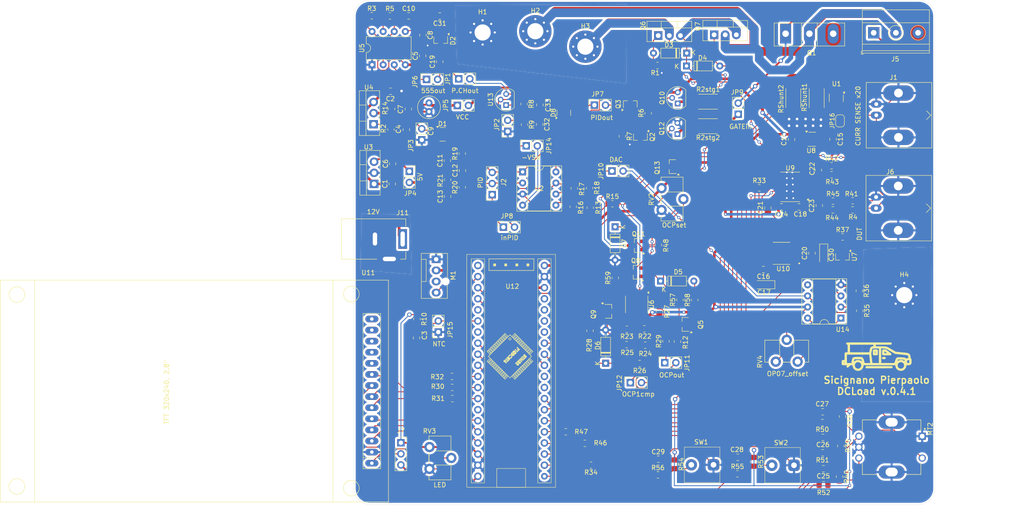
<source format=kicad_pcb>
(kicad_pcb (version 20240108) (generator "pcbnew") (generator_version "8.0")
  (layers (0 "F.Cu" signal "Front") (31 "B.Cu" signal "Back") (34 "B.Paste" user) (35 "F.Paste" user) (36 "B.SilkS" user "B.Silkscreen") (37 "F.SilkS" user "F.Silkscreen") (38 "B.Mask" user) (39 "F.Mask" user) (44 "Edge.Cuts" user))
  (net 0 "")
  (net 1 "Net-(D1-A)")
  (net 2 "GND")
  (net 3 "+12V")
  (net 4 "Net-(D1-COM)")
  (net 5 "+5V")
  (net 6 "Net-(U5-CV)")
  (net 7 "Net-(C12-Pad2)")
  (net 8 "Net-(C13-Pad2)")
  (net 9 "Net-(U2B-+)")
  (net 10 "/Digital/Isense")
  (net 11 "Net-(U5-THR)")
  (net 12 "VCC")
  (net 13 "Net-(D4-A)")
  (net 14 "Net-(R4-Pad1)")
  (net 15 "Net-(D5-A)")
  (net 16 "/OCP/OUT")
  (net 17 "Net-(JP6-B)")
  (net 18 "Net-(D3-A)")
  (net 19 "Net-(U2B--)")
  (net 20 "/Digital/DAC")
  (net 21 "Net-(D3-K)")
  (net 22 "+3.3VA")
  (net 23 "Net-(U10-VREF)")
  (net 24 "DUT")
  (net 25 "/Digital/SW2")
  (net 26 "/Digital/SW1")
  (net 27 "-VSW")
  (net 28 "Net-(U12-A10)")
  (net 29 "Net-(D7-K)")
  (net 30 "Net-(JP6-A)")
  (net 31 "Net-(MT2-Pad2)")
  (net 32 "Net-(MT2-PadB)")
  (net 33 "Net-(MT2-PadA)")
  (net 34 "Net-(JP10-A)")
  (net 35 "Net-(U12-A6)")
  (net 36 "Net-(U12-A7)")
  (net 37 "Net-(U12-A5)")
  (net 38 "Net-(Q5-S)")
  (net 39 "Net-(U12-B15)")
  (net 40 "Net-(U12-A9)")
  (net 41 "Net-(Q5-D)")
  (net 42 "+3V3")
  (net 43 "Net-(U11-LED)")
  (net 44 "Net-(RV4-Pad3)")
  (net 45 "Net-(RV4-Pad1)")
  (net 47 "Net-(JP1-A)")
  (net 48 "Net-(U10-VOUT)")
  (net 49 "Net-(Q9-B)")
  (net 50 "Net-(J2-Pin_3)")
  (net 51 "Net-(J2-Pin_2)")
  (net 52 "Net-(J2-Pin_1)")
  (net 53 "Net-(Q9-C)")
  (net 54 "/Digital/OCP_Override")
  (net 55 "/Digital/OCP_rst")
  (net 56 "/Digital/OCP_event")
  (net 57 "Net-(JP4-A)")
  (net 58 "Net-(JP7-B)")
  (net 59 "Net-(JP8-B)")
  (net 60 "Net-(JP9-A)")
  (net 61 "Net-(U10-~{CS})")
  (net 62 "Net-(JP11-B)")
  (net 63 "Net-(JP11-A)")
  (net 64 "Net-(JP12-B)")
  (net 65 "Net-(JP12-A)")
  (net 66 "Net-(U5-DIS)")
  (net 67 "/Digital/MISOLCD")
  (net 68 "/Digital/MOSILCD")
  (net 71 "Net-(R53-Pad2)")
  (net 72 "Net-(R54-Pad2)")
  (net 74 "Net-(U12-A11)")
  (net 78 "/Digital/SCKLCD")
  (net 79 "Net-(U9-DOUT)")
  (net 81 "/Digital/MISOADC")
  (net 82 "Net-(U12-B13)")
  (net 83 "/Digital/SCKADC")
  (net 84 "/Digital/MOSIADC")
  (net 85 "Net-(U9-CAP)")
  (net 86 "Net-(U9-AIN0N)")
  (net 87 "Net-(U9-AIN0P)")
  (net 88 "Net-(U9-AIN3N)")
  (net 89 "Net-(U9-AIN3P)")
  (net 90 "/Digital/MCO1")
  (net 91 "Net-(U12-A8)")
  (net 94 "Net-(Q10-B)")
  (net 95 "Net-(Q12-B)")
  (net 96 "Net-(Q10-E)")
  (net 97 "Net-(Q12-E)")
  (net 98 "Net-(U14--)")
  (net 105 "Net-(Q13-D)")
  (net 107 "Net-(U6A-+)")
  (net 108 "Net-(J5-Pin_1)")
  (net 109 "Net-(J5-Pin_3)")
  (net 112 "Net-(J7-Pin_2)")
  (net 113 "/Digital/RENC_B")
  (net 114 "/Digital/RENC_A")
  (net 115 "/Digital/RENC_SW")
  (net 116 "/Digital/CS_LCD")
  (net 117 "/Digital/DC_LCD")
  (net 118 "/Digital/RST_LCD")
  (net 120 "Net-(D8-A)")
  (net 121 "Net-(D8-COM)")
  (net 122 "Net-(D8-K)")
  (net 123 "Net-(JP15-B)")
  (net 124 "Net-(M1-PWM)")
  (net 125 "Net-(JP16-A)")
  (net 126 "Net-(C19-Pad2)")
  (footprint "MountingHole:MountingHole_3.7mm_Pad_Via" (layer "F.Cu") (at 167.464155 39.917645)
    (property "Reference" "H3")
    (property "Value" "MountingHole_Pad")
  )
  (footprint "Capacitor_SMD:C_0805_2012Metric_Pad1.18x1.45mm_HandSolder" (layer "F.Cu") (at 209.25885 76.8512 -90)
    (property "Reference" "C21")
    (property "Value" "220n")
  )
  (footprint "Package_TO_SOT_SMD:SOT-23_Handsoldering" (layer "F.Cu") (at 226.3394 88.0258 -90)
    (property "Reference" "U7")
    (property "Value" "TL431DBZ")
  )
  (footprint "Connector_PinSocket_2.54mm:PinSocket_1x02_P2.54mm_Vertical" (layer "F.Cu") (at 185.6486 112.2842 90)
    (property "Reference" "JP11")
    (property "Value" "TPGateOCP")
  )
  (footprint "Potentiometer_THT:Potentiometer_ACP_CA9-H5_Horizontal" (layer "F.Cu") (at 211.074 112.0556 90)
    (property "Reference" "RV4")
    (property "Value" "20k")
  )
  (footprint "Package_TO_SOT_SMD:SOT-23-5_HandSoldering" (layer "F.Cu") (at 219.3236 61.11785)
    (property "Reference" "U8")
    (property "Value" "TPS709")
  )
  (footprint "Capacitor_SMD:C_0805_2012Metric_Pad1.18x1.45mm_HandSolder" (layer "F.Cu") (at 135.9154 74.235 90)
    (property "Reference" "C13")
    (property "Value" "10n")
  )
  (footprint "Capacitor_SMD:C_0805_2012Metric_Pad1.18x1.45mm_HandSolder" (layer "F.Cu") (at 220.80865 68.1937 -90)
    (property "Reference" "C22")
    (property "Value" "10n")
  )
  (footprint "Package_TO_SOT_SMD:SOT-23_Handsoldering" (layer "F.Cu") (at 187.4252 67.3922 180)
    (property "Reference" "Q13")
    (property "Value" "BSS84")
  )
  (footprint "Package_TO_SOT_SMD:SOT-23" (layer "F.Cu") (at 162.5346 55.058 90)
    (property "Reference" "D8")
    (property "Value" "BAT54S")
  )
  (footprint "Package_TO_SOT_THT:TO-92" (layer "F.Cu") (at 188.6102 52.9272 90)
    (property "Reference" "Q10")
    (property "Value" "2N3904")
  )
  (footprint "Resistor_SMD:R_0805_2012Metric_Pad1.20x1.40mm_HandSolder" (layer "F.Cu") (at 207.2894 72.2538 180)
    (property "Reference" "R33")
    (property "Value" "22")
  )
  (footprint "Capacitor_SMD:C_0805_2012Metric_Pad1.18x1.45mm_HandSolder" (layer "F.Cu") (at 139.319 68.2914 90)
    (property "Reference" "C12")
    (property "Value" "10u")
  )
  (footprint "Resistor_SMD:R_0805_2012Metric_Pad1.20x1.40mm_HandSolder" (layer "F.Cu") (at 223.83675 69.2351)
    (property "Reference" "R43")
    (property "Value" "1k")
  )
  (footprint "Package_TO_SOT_THT:TO-92" (layer "F.Cu") (at 149.3266 53.3054 90)
    (property "Reference" "U13")
    (property "Value" "LM337L_TO92")
  )
  (footprint "Package_SO:SOIC-8_3.9x4.9mm_P1.27mm" (layer "F.Cu") (at 179.2224 98.938 -90)
    (property "Reference" "U6")
    (property "Value" "LM393")
  )
  (footprint "Package_SO:TSSOP-20_4.4x6.5mm_P0.65mm" (layer "F.Cu") (at 214.37195 72.0291 180)
    (property "Reference" "U9")
    (property "Value" "ADS131M04IPWR")
  )
  (footprint "Capacitor_SMD:C_0805_2012Metric_Pad1.18x1.45mm_HandSolder" (layer "F.Cu") (at 123.2468 71.3487 90)
    (property "Reference" "C1")
    (property "Value" "0.22u")
  )
  (footprint "Package_TO_SOT_SMD:SOT-23_Handsoldering" (layer "F.Cu") (at 179.1956 91.568 180)
    (property "Reference" "Q8")
    (property "Value" "BSS84")
  )
  (footprint "Resistor_SMD:R_0805_2012Metric_Pad1.20x1.40mm_HandSolder" (layer "F.Cu") (at 184.4294 100.4732 90)
    (property "Reference" "R27")
    (property "Value" "5k")
  )
  (footprint "Capacitor_SMD:C_0805_2012Metric_Pad1.18x1.45mm_HandSolder" (layer "F.Cu") (at 130.2004 42.0317 90)
    (property "Reference" "C5")
    (property "Value" "1u")
  )
  (footprint "Connector_Coaxial:BNC_Amphenol_B6252HB-NPP3G-50_Horizontal" (layer "F.Cu") (at 234.03575 76.902 -90)
    (property "Reference" "J6")
    (property "Value" "Conn_Coaxial")
  )
  (footprint "Resistor_SMD:R_0805_2012Metric_Pad1.20x1.40mm_HandSolder" (layer "F.Cu") (at 224.16035 75.2764)
    (property "Reference" "R45")
    (property "Value" "1k")
  )
  (footprint "Resistor_SMD:R_0805_2012Metric_Pad1.20x1.40mm_HandSolder" (layer "F.Cu") (at 168.7576 135.7538 180)
    (property "Reference" "R34")
    (property "Value" "22")
  )
  (footprint "Capacitor_SMD:C_0805_2012Metric_Pad1.18x1.45mm_HandSolder" (layer "F.Cu") (at 128.8034 106.6145 90)
    (property "Reference" "C3")
    (property "Value" "1u")
  )
  (footprint "Resistor_SMD:R_0805_2012Metric_Pad1.20x1.40mm_HandSolder" (layer "F.Cu") (at 192.5066 97.9492 90)
    (property "Reference" "R58")
    (property "Value" "10k")
  )
  (footprint "Capacitor_SMD:C_0805_2012Metric_Pad1.18x1.45mm_HandSolder" (layer "F.Cu") (at 123.323 66.7259 -90)
    (property "Reference" "C6")
    (property "Value" "0.1u")
  )
  (footprint "Capacitor_SMD:C_0805_2012Metric_Pad1.18x1.45mm_HandSolder" (layer "F.Cu") (at 184.1679 134.3822 180)
    (property "Reference" "C29")
    (property "Value" "1u")
  )
  (footprint "Resistor_SMD:R_0805_2012Metric_Pad1.20x1.40mm_HandSolder" (layer "F.Cu") (at 181.1688 108.274)
    (property "Reference" "R24")
    (property "Value" "10k")
  )
  (footprint "Resistor_SMD:R_0805_2012Metric_Pad1.20x1.40mm_HandSolder" (layer "F.Cu") (at 123.0884 54.169 -90)
    (property "Reference" "R14")
    (property "Value" "120	")
  )
  (footprint "Package_TO_SOT_THT:TO-220-3_Vertical" (layer "F.Cu") (at 184.15 37.3796)
    (property "Reference" "Q6")
    (property "Value" "G050P03T")
  )
  (footprint "Resistor_SMD:R_0805_2012Metric_Pad1.20x1.40mm_HandSolder" (layer "F.Cu") (at 184.1754 85.3094 90)
    (property "Reference" "R48")
    (property "Value" "10k")
  )
  (footprint "Resistor_SMD:R_0805_2012Metric_Pad1.20x1.40mm_HandSolder" (layer "F.Cu") (at 153.543 57.7758 -90)
    (property "Reference" "R9")
    (property "Value" "1.4k")
  )
  (footprint "Connector_PinSocket_2.54mm:PinSocket_1x02_P2.54mm_Vertical" (layer "F.Cu") (at 148.6916 81.2454 90)
    (property "Reference" "JP8")
    (property "Value" "TPinPID")
  )
  (footprint "Diode_THT:D_DO-35_SOD27_P7.62mm_Horizontal" (layer "F.Cu") (at 190.627 44.3392)
    (property "Reference" "D4")
    (property "Value" "Zener16V")
  )
  (footprint "Resistor_SMD:R_0805_2012Metric_Pad1.20x1.40mm_HandSolder" (layer "F.Cu") (at 153.437 53.0514 -90)
    (property "Reference" "R8")
    (property "Value" "240")
  )
  (footprint "Resistor_SMD:R_0805_2012Metric_Pad1.20x1.40mm_HandSolder" (layer "F.Cu") (at 226.3464 124.6124 90)
    (property "Reference" "R38")
    (property "Value" "10k")
  )
  (footprint "Package_TO_SOT_THT:TO-220-3_Vertical" (layer "F.Cu") (at 196.9516 37.2018)
    (property "Reference" "Q7")
    (property "Value" "G050P03T")
  )
  (footprint "Connector_PinSocket_2.54mm:PinSocket_1x03_P2.54mm_Vertical" (layer "F.Cu") (at 125.222 130.623)
    (property "Reference" "J7")
    (property "Value" "LCDVCC")
  )
  (footprint "Capacitor_SMD:C_0805_2012Metric_Pad1.18x1.45mm_HandSolder" (layer "F.Cu") (at 126.4666 58.9188 -90)
    (property "Reference" "C4")
    (property "Value" "10u")
  )
  (footprint "Resistor_SMD:R_0805_2012Metric_Pad1.20x1.40mm_HandSolder" (layer "F.Cu") (at 225.9654 131.3688 -90)
    (property "Reference" "R39")
    (property "Value" "10k")
  )
  (footprint "Capacitor_SMD:C_0805_2012Metric_Pad1.18x1.45mm_HandSolder" (layer "F.Cu") (at 208.2292 90.9482)
    (property "Reference" "C16")
    (property "Value" "0.1u")
  )
  (footprint "Capacitor_SMD:C_0805_2012Metric_Pad1.18x1.45mm_HandSolder" (layer "F.Cu") (at 134.112 43.374 90)
    (property "Reference" "C19")
    (property "Value" "10n")
  )
  (footprint "Resistor_SMD:R_0805_2012Metric_Pad1.20x1.40mm_HandSolder" (layer "F.Cu") (at 122.6974 32.8723)
    (property "Reference" "R5")
    (property "Value" "100k")
  )
  (footprint "Resistor_SMD:R_0805_2012Metric_Pad1.20x1.40mm_HandSolder" (layer "F.Cu") (at 167.3352 130.75 180)
    (property "Reference" "R46")
    (property "Value" "22")
  )
  (footprint "Resistor_SMD:R_0805_2012Metric_Pad1.20x1.40mm_HandSolder" (layer "F.Cu") (at 137.0076 120.5138 180)
    (property "Reference" "R31")
    (property "Value" "22")
  )
  (footprint "Package_DIP:DIP-8_W7.62mm" (layer "F.Cu") (at 118.618 44.0637 90)
    (property "Reference" "U5")
    (property "Value" "NE555P")
  )
  (footprint "Capacitor_SMD:C_0805_2012Metric_Pad1.18x1.45mm_HandSolder" (layer "F.Cu") (at 157.0482 53.2546 90)
    (property "Reference" "C33")
    (property "Value" "1u")
  )
  (footprint "Resistor_SMD:R_0805_2012Metric_Pad1.20x1.40mm_HandSolder" (layer "F.Cu") (at 181.8538 55.161 -90)
    (property "Reference" "R6")
    (property "Value" "10k")
  )
  (footprint "Connector_PinSocket_2.54mm:PinSocket_1x03_P2.54mm_Vertical" (layer "F.Cu") (at 146.1262 73.8032 180)
    (property "Reference" "J2")
    (property "Value" "PID_tester")
  )
  (footprint "Diode_THT:D_DO-35_SOD27_P7.62mm_Horizontal" (layer "F.Cu") (at 190.6778 41.3928 180)
    (property "Reference" "D3")
    (property "Value" "Zener18")
  )
  (footprint "MountingHole:MountingHole_3.7mm_Pad_Via" (layer "F.Cu") (at 240.4872 96.8156)
    (property "Reference" "H4")
    (property "Value" "MountingHole_Pad")
  )
  (footprint "DAC8830IDR:SOIC127P599X175-8N" (layer "F.Cu") (at 212.3948 87.2398 180)
    (property "Reference" "U10")
    (property "Value" "DAC8830IDR")
  )
  (footprint "Resistor_SMD:R_0805_2012Metric_Pad1.20x1.40mm_HandSolder" (layer "F.Cu") (at 228.65615 77.3084)
    (property "Reference" "R4")
    (property "Value" "5k")
  )
  (footprint "Package_TO_SOT_SMD:SOT-23_Handsoldering" (layer "F.Cu") (at 180.0758 60.5966 -90)
    (property "Reference" "Q2")
    (property "Value" "2N3906")
  )
  (footprint "Connector_PinSocket_2.54mm:PinSocket_1x02_P2.54mm_Vertical" (layer "F.Cu") (at 138.4554 47.2856 90)
    (property "Reference" "JP1")
    (property "Value" "TPVSW")
  )
  (footprint "Connector_PinSocket_2.54mm:PinSocket_1x02_P2.54mm_Vertical" (layer "F.Cu") (at 173.5582 68.393 90)
    (property "Reference" "JP10")
    (property "Value" "TPDAC")
  )
  (footprint "Resistor_SMD:R_0805_2012Metric_Pad1.20x1.40mm_HandSolder" (layer "F.Cu") (at 139.2682 72.1268 90)
    (property "Reference" "R20")
    (property "Value" "2k")
  )
  (footprint "Potentiometer_THT:Potentiometer_ACP_CA9-H5_Horizontal" (layer "F.Cu") (at 184.9158 72.3192)
    (property "Reference" "RV2")
    (property "Value" "20k")
  )
  (footprint "Resistor_SMD:R_0805_2012Metric_Pad1.20x1.40mm_HandSolder" (layer "F.Cu") (at 162.9664 128.1084 180)
    (property "Reference" "R47")
    (property "Value" "22")
  )
  (footprint "Capacitor_Tantalum_SMD:CP_EIA-3216-18_Kemet-A_Pad1.58x1.35mm_HandSolder" (layer "F.Cu") (at 208.3816 94.428 180)
    (property "Reference" "C17")
    (property "Value" "10u")
  )
  (footprint "Capacitor_SMD:C_0805_2012Metric_Pad1.18x1.45mm_HandSolder" (layer "F.Cu") (at 221.9522 136.5758 180)
    (property "Reference" "C25")
    (property "Value" "1u")
  )
  (footprint "MountingHole:MountingHole_3.7mm_Pad_Via" (layer "F.Cu") (at 156.0068 36.3802)
    (property "Reference" "H2")
    (property "Value" "MountingHole_Pad")
  )
  (footprint "Package_TO_SOT_SMD:SOT-23" (layer "F.Cu") (at 134.76915 59.9895)
    (property "Reference" "D1")
    (property "Value" "BAT54S")
  )
  (footprint "Resistor_SMD:R_0805_2012Metric_Pad1.20x1.40mm_HandSolder" (layer "F.Cu") (at 176.911 108.147)
    (property "Reference" "R25")
    (property "Value" "10k")
  )
  (footprint "Resistor_SMD:R_0805_2012Metric_Pad1.20x1.40mm_HandSolder" (layer "F.Cu") (at 168.5902 76.7993 -90)
    (property "Reference" "R13")
    (property "Value" "5k")
  )
  (footprint "Resistor_SMD:R_0805_2012Metric_Pad1.20x1.40mm_HandSolder" (layer "F.Cu") (at 225.6606 138.3792 -90)
    (property "Reference" "R40")
    (property "Value" "10k")
  )
  (footprint "Package_TO_SOT_SMD:SOT-23_Handsoldering" (layer "F.Cu") (at 177.7542 53.0768 90)
    (property "Reference" "Q3")
    (property "Value" "2N3904")
  )
  (footprint "Resistor_SMD:R_0805_2012Metric_Pad1.20x1.40mm_HandSolder" (layer "F.Cu") (at 168.4378 72.3195 90)
    (property "Reference" "R18")
    (property "Value" "5k")
  )
  (footprint "Resistor_SMD:R_0805_2012Metric_Pad1.20x1.40mm_HandSolder" (layer "F.Cu") (at 128.905 102.2926 -90)
    (property "Reference" "R10")
    (property "Value" "1k")
  )
  (footprint "Package_TO_SOT_THT:TO-92" (layer "F.Cu") (at 188.534 59.9376 90)
    (property "Reference" "Q12")
    (property "Value" "2N3906")
  )
  (footprint "Package_TO_SOT_THT:TO-220-3_Vertical" (layer "F.Cu") (at 118.9788 57.6742 90)
    (property "Reference" "U4")
    (property "Value" "LM317_TO-220")
  )
  (footprint "Capacitor_SMD:C_0805_2012Metric_Pad1.18x1.45mm_HandSolder" (layer "F.Cu") (at 216.38625 76.6225)
    (property "Reference" "C18")
    (property "Value" "1u")
  )
  (footprint "rotary encoder:XDCR_PEC11R-4215F-S0024" (layer "F.Cu") (at 237.5986 131.6282 -90)
    (property "Reference" "MT2")
    (property "Value" "PEC11R-4215F-S0024")
  )
  (footprint "Connector_PinSocket_2.54mm:PinSocket_1x02_P2.54mm_Vertical" (layer "F.Cu") (at 130.0028 61.261 180)
    (property "Reference" "JP3")
    (property "Value" "LDOvoltage")
  )
  (footprint "Resistor_SMD:R_0805_2012Metric_Pad1.20x1.40mm_HandSolder" (layer "F.Cu") (at 222.003 140.2588)
    (property "Reference" "R52")
    (property "Value" "1k")
  )
  (footprint "Resistor_SMD:R_0805_2012Metric_Pad1.20x1.40mm_HandSolder" (layer "F.Cu") (at 206.001 134.9918 -90)
    (property "Reference" "R53")
    (property "Value" "10k")
  )
  (footprint "Capacitor_SMD:C_0805_2012Metric_Pad1.18x1.45mm_HandSolder" (layer "F.Cu") (at 135.8646 66.0054 90)
    (property "Reference" "C11")
    (property "Value" "10n")
  )
  (footprint "TFT2.8:TFT-320x240" (layer "F.Cu") (at 118.5672 118.7866 90)
    (property "Reference" "U11")
    (property "Value" "TFT_320x240")
  )
  (footprint "Resistor_SMD:R_0805_2012Metric_Pad1.20x1.40mm_HandSolder" (layer "F.Cu") (at 175.9356 60.4276 -90)
    (property "Reference" "R7")
    (property "Value" "10k")
  )
  (footprint "Package_TO_SOT_SMD:SOT-23_Handsoldering" (layer "F.Cu") (at 134.3406 38.3942 -90)
    (property "Reference" "D2")
    (property "Value" "BAV99")
  )
  (footprint "Resistor_SMD:R_0805_2012Metric_Pad1.20x1.40mm_HandSolder" (layer "F.Cu") (at 176.9684 104.6324 180)
    (property "Reference" "R23")
    (property "Value" "10k")
  )
  (footprint "Resistor_SMD:R_0805_2012Metric_Pad1.20x1.40mm_HandSolder" (layer "F.Cu") (at 180.9656 104.5402)
    (property "Reference" "R22")
    (property "Value" "4k")
  )
  (footprint "Resistor_SMD:R_0805_2012Metric_Pad1.20x1.40mm_HandSolder" (layer "F.Cu") (at 202.2926 137.735)
    (property "Reference" "R55")
    (property "Value" "1k")
  )
  (footprint "Capacitor_SMD:C_0805_2012Metric_Pad1.18x1.45mm_HandSolder" (layer "F.Cu") (at 214.6754 61.16865 -90)
    (property "Reference" "C14")
    (property "Value" "1u")
  )
  (footprint "Capacitor_SMD:C_0805_2012Metric_Pad1.18x1.45mm_HandSolder" (layer "F.Cu") (at 202.3688 133.9504 180)
    (property "Reference" "C28")
    (property "Value" "1u")
  )
  (footprint "Connector_PinSocket_2.54mm:PinSocket_1x02_P2.54mm_Vertical" (layer "F.Cu") (at 177.7746 116.8562 90)
    (property "Reference" "JP12")
    (property "Value" "TPCMP1")
  )
  (footprint "Capacitor_SMD:C_0805_2012Metric_Pad1.18x1.45mm_HandSolder" (layer "F.Cu") (at 224.175 61.11785 -90)
    (property "Reference" "C15")
    (property "Value" "4.7u")
  )
  (footprint "Capacitor_SMD:C_0805_2012Metric_Pad1.18x1.45mm_HandSolder" (layer "F.Cu") (at 212.37305 76.6225 180)
    (property "Reference" "C24")
    (property "Value" "1u")
  )
  (footprint "Resistor_SMD:R_0805_2012Metric_Pad1.20x1.40mm_HandSolder" (layer "F.Cu") (at 179.8828 112.4904)
    (property "Reference" "R26")
    (property "Value" "20k")
  )
  (footprint "Diode_THT:D_DO-35_SOD27_P7.62mm_Horizontal" (layer "F.Cu") (at 184.6834 93.5898)
    (property "Reference" "D5")
    (property "Value" "Zener16V")
  )
  (footprint "Resistor_SMD:R_0805_2012Metric_Pad1.20x1.40mm_HandSolder" (layer "F.Cu") (at 183.9722 44.2376)
    (property "Reference" "R1")
    (property "Value" "2k")
  )
  (footprint "TerminalBlock_Phoenix:TerminalBlock_Phoenix_MKDS-1,5-3-5.08_1x03_P5.08mm_Horizontal" (layer "F.Cu") (at 233.492 36.7448)
    (property "Reference" "J5")
    (property "Value" "EXTMOS")
  )
  (footprint "Resistor_SMD:R_0805_2012Metric_Pad1.20x1.40mm_HandSolder" (layer "F.Cu") (at 185.928 107.382 90)
    (property "Reference" "R29")
    (property "Value" "1k")
  )
  (footprint "Jumper:SolderJumper-2_P1.3mm_Bridged_RoundedPad1.0x1.5mm" (layer "F.Cu") (at 225.7806 56.9122 90)
    (property "Reference" "JP16")
    (property "Value" "SolderJumper_2_Bridged")
  )
  (footprint "Resistor_SMD:R_0805_2012Metric_Pad1.20x1.40mm_HandSolder" (layer "F.Cu") (at 118.5572 32.8469)
    (property "Reference" "R3")
    (property "Value" "10k")
  )
  (footprint "Capacitor_SMD:C_0805_2012Metric_Pad1.18x1.45mm_HandSolder" (layer "F.Cu") (at 122.8598 50.1304)
    (property "Reference" "C2")
    (property "Value" "0.1u")
  )
  (footprint "Resistor_SMD:R_0805_2012Metric_Pad1.20x1.40mm_HandSolder" (layer "F.Cu") (at 223.84065 67.1816)
    (property "Reference" "R42")
    (property "Value" "1k")
  )
  (footprint "Capacitor_Tantalum_SMD:CP_EIA-3216-18_Kemet-A_Pad1.58x1.35mm_HandSolder" (layer "F.Cu") (at 222.0468 87.5954 -90)
    (property "Reference" "C30")
    (property "Value" "10u")
  )
  (footprint "Package_TO_SOT_THT:TO-247-3_Vertical" (layer "F.Cu") (at 213.3202 36.9456)
    (property "Reference" "Q1")
    (property "Value" "IRFP250N")
  )
  (footprint "Resistor_SMD:R_2512_6332Metric_Pad1.40x3.35mm_HandSolder" (layer "F.Cu") (at 220.43925 51.7072 -90)
    (property "Reference" "RShunt1")
    (property "Value" "0.1")
  )
  (footprint "Capacitor_SMD:C_0805_2012Metric_Pad1.18x1.45mm_HandSolder" (layer "F.Cu") (at 221.86 129.3876 180)
    (property "Reference" "C26")
    (property "Value" "1u")
  )
  (footprint "Connector_Coaxial:BNC_Amphenol_B6252HB-NPP3G-50_Horizontal" (layer "F.Cu") (at 234.08655 55.6168 -90)
    (property "Reference" "J1")
    (property "Value" "Conn_Coaxial")
  )
  (footprint "Capacitor_SMD:C_0805_2012Metric_Pad1.18x1.45mm_HandSolder" (layer "F.Cu") (at 127.0115 32.8723)
    (property "Reference" "C10")
    (property "Value" "10p")
  )
  (footprint "Resistor_SMD:R_0805_2012Metric_Pad1.20x1.40mm_HandSolder" (layer "F.Cu") (at 226.3648 83.506)
    (property "Reference" "R37")
    (property "Value" "500")
  )
  (footprint "logo:pickup logo" (layer "F.Cu") (at 234.1626 110.9126)
    (property "Reference" "G***" (hide yes))
    (property "Value" "LOGO" (hide yes))
  )
  (footprint "Resistor_SMD:R_0805_2012Metric_Pad1.20x1.40mm_HandSolder" (layer "F.Cu") (at 224.13495 77.283)
    (property "Reference" "R44")
    (property "Value" "1k")
  )
  (footprint "Connector_BarrelJack:BarrelJack_Kycon_KLDX-0202-xC_Horizontal" (layer "F.Cu") (at 125.6284 83.9632)
    (property "Reference" "J11")
    (property "Value" "Barrel_Jack_Switch_Pin3Ring")
  )
  (footprint "Connector_PinSocket_2.54mm:PinSocket_1x02_P2.54mm_Vertical" (layer "F.Cu") (at 153.924 62.6272 90)
    (property "Reference" "JP14")
    (property "Value" "TP__VSW")
  )
  (footprint "Resistor_SMD:R_0805_2012Metric_Pad1.20x1.40mm_HandSolder" (layer "F.Cu") (at 122.936 58.9188 -90)
    (property "Reference" "R2")
    (property "Value" "700")
  )
  (footprint "Package_DIP:DIP-8_W7.62mm_Socket" (layer "F.Cu") (at 225.9838 102.0734 180)
    (property "Reference" "U14")
    (property "Value" "OP07")
  )
  (footprint "Resistor_SMD:R_0805_2012Metric_Pad1.20x1.40mm_HandSolder" (layer "F.Cu") (at 135.9154 70.3996 -90)
    (property "Reference" "R21")
    (property "Value" "2k")
  )
  (footprint "Connector_PinSocket_2.54mm:PinSocket_1x02_P2.54mm_Vertical" (layer "F.Cu") (at 169.5396 53.3058 90)
    (property "Reference" "JP7")
    (property "Value" "TPoutPID")
  )
  (footprint "Capacitor_SMD:C_0805_2012Metric_Pad1.18x1.45mm_HandSolder" (layer "F.Cu") (at 126.9238 54.1944 -90)
    (property "Reference" "C7")
    (property "Value" "1u")
  )
  (footprint "Connector_PinSocket_2.54mm:PinSocket_1x02_P2.54mm_Vertical" (layer "F.Cu") (at 202.4634 55.3882 180)
    (property "Reference" "JP9")
    (property "Value" "TPGate")
  )
  (footprint "Diode_THT:D_DO-35_SOD27_P7.62mm_Horizontal" (layer "F.Cu") (at 174.2694 81.1692 -90)
    (property "Reference" "D7")
    (property "Value" "ZenerOVP")
  )
  (footprint "Capacitor_SMD:C_0805_2012Metric_Pad1.18x1.45mm_HandSolder" (layer "F.Cu") (at 221.02675 76.2924 90)
    (property "Reference" "C23")
    (property "Value" "10n")
  )
  (footprint "Resistor_SMD:R_0805_2012Metric_Pad1.20x1.40mm_HandSolder" (layer "F.Cu") (at 184.0878 137.9956)
    (property "Reference" "R56")
    (property "Value" "1k")
  )
  (footprint "Resistor_SMD:R_0805_2012Metric_Pad1.20x1.40mm_HandSolder" (layer "F.Cu") (at 164.9326 72.3543 -90)
    (property "Reference" "R17")
    (property "Value" "5k")
  )
  (footprint "Capacitor_SMD:C_0805_2012Metric_Pad1.18x1.45mm_HandSolder" (layer "F.Cu") (at 156.9974 57.7289 -90)
    (property "Reference" "C32")
    (property "Value" "10u")
  )
  (footprint "Resistor_SMD:R_2512_6332Metric_Pad1.40x3.35mm_HandSolder" (layer "F.Cu") (at 195.5444 52.5208)
    (property "Reference" "R2stg1")
    (property "Value" "100")
  )
  (footprint "Connector_PinSocket_2.54mm:PinSocket_1x02_P2.54mm_Vertical" (layer "F.Cu") (at 127.158 68.4746)
    (property "Reference" "JP4")
    (property "Value" "TP_5V")
  )
  (footprint "Resistor_SMD:R_0805_2012Metric_Pad1.20x1.40mm_HandSolder" (layer "F.Cu") (at 136.9314 115.4338 180)
    (property "Reference" "R32")
    (property "Value" "22")
  )
  (footprint "Package_TO_SOT_SMD:SOT-23-5_HandSoldering" (layer "F.Cu") (at 224.92335 51.633 -90)
    (property "Reference" "U1")
    (property "Value" "INA180A1")
  )
  (footprint "Diode_THT:D_DO-35_SOD27_P7.62mm_Horizontal" (layer "F.Cu") (at 172.1104 112.4142 90)
    (property "Reference" "D6")
    (property "Value" "zener3V")
  )
  (footprint "Capacitor_THT:C_Radial_D5.0mm_H11.0mm_P2.00mm" (layer "F.Cu") (at 131.6534 52.7974 -90)
    (property "Reference" "C9")
    (property "Value" "C_Polarized")
  )
  (footprint "Capacitor_SMD:C_0805_2012Metric_Pad1.18x1.45mm_HandSolder" (layer "F.Cu") (at 219.3544 87.2144 90)
    (property "Reference" "C20")
    (property "Value" "0.1u")
  )
  (footprint "Resistor_SMD:R_0805_2012Metric_Pad1.20x1.40mm_HandSolder" (layer "F.Cu") (at 173.6598 75.886 180)
    (property "Reference" "R15")
    (property "Value" "1k")
  )
  (footprint "Resistor_SMD:R_0805_2012Metric_Pad1.20x1.40mm_HandSolder" (layer "F.Cu") (at 221.8092 132.9182)
    (property "Reference" "R51")
    (property "Value" "1k")
  )
  (footprint "Package_DIP:DIP-8_W7.62mm_Socket" (layer "F.Cu") (at 153.0962 68.5951)
    (property "Reference" "U2")
    (property "Value" "TL072")
  )
  (footprint "Connector_PinSocket_2.54mm:PinSocket_1x02_P2.54mm_Vertical" (layer "F.Cu") (at 138.1506 53.3816 90)
    (property "Reference" "JP5")
    (property "Value" "TP_VCC")
  )
  (footprint "Capacitor_SMD:C_0805_2012Metric_Pad1.18x1.45mm_HandSolder" (layer "F.Cu") (at 130.2666 37.2819 -90)
    (property "Reference" "C8")
    (property "Value" "1n")
  )
  (footprint "Soft_switch:Soft_Switch 8x8mm" (layer "F.Cu") (at 212.6396 135.7792 180)
    (property "Reference" "SW2")
    (property "Value" "SW_Push")
  )
  (footprint "Resistor_SMD:R_0805_2012Metric_Pad1.20x1.40mm_HandSolder" (layer "F.Cu") (at 221.749 126.0094)
    (property "Reference" "R50")
    (property "Value" "1k")
  )
  (footprint "Capacitor_SMD:C_0805_2012Metric_Pad1.18x1.45mm_HandSolder" (layer "F.Cu") (at 134.1229 32.9078 180)
    (property "Reference" "C31")
    (property "Value" "100n")
  )
  (footprint "Resistor_SMD:R_0805_2012Metric_Pad1.20x1.40mm_HandSolder" (layer "F.Cu") (at 187.9162 135.5506 -90)
    (property "Reference" "R54")
    (property "Value" "10k")
  )
  (footprint "Resistor_SMD:R_0805_2012Metric_Pad1.20x1.40mm_HandSolder" (layer "F.Cu") (at 174.3202 92.8786 90)
    (property "Reference" "R59")
    (property "Value" "100k")
  )
  (footprint "Resistor_SMD:R_2512_6332Metric_Pad1.40x3.35mm_HandSolder" (layer "F.Cu") (at 215.07985 51.7072 -90)
    (property "Reference" "RShunt2")
    (property "Value" "0.1")
  )
  (footprint "Resistor_SMD:R_0805_2012Metric_Pad1.20x1.40mm_HandSolder" (layer "F.Cu") (at 139.2682 64.4052 90)
    (property "Reference" "R19")
    (property "Value" "10k")
  )
  (footprint "Soft_switch:Soft_Switch 8x8mm" (layer "F.Cu") (at 194.2062 135.6776 180)
    (property "Reference" "SW1")
    (property "Value" "SW_Push")
  )
  (footprint "Resistor_SMD:R_0805_2012Metric_Pad1.20x1.40mm_HandSolder" (layer "F.Cu") (at 168.529 104.972 90)
    (property "Reference" "R28")
    (property "Value" "1k")
  )
  (footprint "Connector_PinSocket_2.54mm:PinSocket_1x02_P2.54mm_Vertical" (layer "F.Cu") (at 133.7822 105.2737 180)
    (property "Reference" "JP15")
    (property "Value" "NTC")
  )
  (footprint "Package_TO_SOT_SMD:SOT-23_Handsoldering" (layer "F.Cu") (at 190.373 103.5212 180)
    (property "Reference" "Q5")
    (property "Value" "2N7000")
  )
  (footprint "Resistor_SMD:R_0805_2012Metric_Pad1.20x1.40mm_HandSolder" (layer "F.Cu") (at 230.2002 95.825 -90)
    (property "Reference" "R36")
    (property "Value" "1G")
  )
  (footprint "Resistor_SMD:R_2512_6332Metric_Pad1.40x3.35mm_HandSolder" (layer "F.Cu") (at 195.5444 58.1342 180)
    (property "Reference" "R2stg2")
    (property "Value" "100")
  )
  (footprint "Blackpill_mia:Blackpill_mia" (layer "F.Cu") (at 158.0896 138.2938 180)
    (property "Reference" "U12")
    (property "Value" "~" (hide yes))
  )
  (footprint "Connector_PinSocket_2.54mm:PinSocket_1x02_P2.54mm_Vertical" (layer "F.Cu") (at 149.6822 59.3252 180)
    (property "Reference" "JP2")
    (property "Value" "LDOvoltage")
  )
  (footprint "Potentiometer_THT:Potentiometer_ACP_CA9-H5_Horizontal" (layer "F.Cu") (at 131.7644 131.6024)
    (property "Reference" "RV3")
    (property "Value" "20k")
  )
  (footprint "Capacitor_SMD:C_0805_2012Metric_Pad1.18x1.45mm_HandSolder" (layer "F.Cu") (at 221.8148 123.5364 180)
    (property "Reference" "C27")
    (property "Value" "1u")
  )
  (footprint "Package_TO_SOT_SMD:SOT-23_Handsoldering" (layer "F.Cu") (at 179.4496 85.4516 180)
    (property "Reference" "Q11")
    (property "Value" "BSS84")
  )
  (footprint "Resistor_SMD:R_0805_2012Metric_Pad1.20x1.40mm_HandSolder" (layer "F.Cu") (at 136.9822 117.9484)
    (property "Reference" "R30")
    (property "Value" "22")
  )
  (footprint "Package_TO_SOT_SMD:SOT-23_Handsoldering" (layer "F.Cu") (at 172.7454 100.527)
    (property "Reference" "Q9")
    (property "Value" "2N3904")
  )
  (footprint "Resistor_SMD:R_0805_2012Metric_Pad1.20x1.40mm_HandSolder" (layer "F.Cu") (at 228.68155 75.2002 180)
    (property "Reference" "R41")
    (property "Value" "10k")
  )
  (footprint "Resistor_SMD:R_0805_2012Metric_Pad1.20x1.40mm_HandSolder" (layer "F.Cu") (at 188.5442 107.4488 -90)
    (property "Reference" "R12")
    (property "Value" "100k")
  )
  (footprint "MountingHole:MountingHole_3.7mm_Pad_Via" (layer "F.Cu") (at 143.939845 36.666445)
    (property "Reference" "H1")
    (property "Value" "MountingHole_Pad")
  )
  (footprint "Resistor_SMD:R_0805_2012Metric_Pad1.20x1.40mm_HandSolder" (layer "F.Cu") (at 164.6786 76.5961 -90)
    (property "Reference" "R16")
    (property "Value" "5k")
  )
  (footprint "Package_TO_SOT_THT:TO-220-3_Vertical" (layer "F.Cu") (at 119.0864 71.3487 90)
    (property "Reference" "U3")
    (property "Value" "LM7805_TO220")
  )
  (footprint "Resistor_SMD:R_0805_2012Metric_Pad1.20x1.40mm_HandSolder" (layer "F.Cu") (at 230.3018 100.397 -90)
    (property "Reference" "R35")
    (property "Value" "0")
  )
  (footprint "Connector_PinSocket_2.54mm:PinSocket_1x02_P2.54mm_Vertical" (layer "F.Cu") (at 131.0894 47.4126 90)
    (property "Reference" "JP6")
    (property "Value" "TP555out")
  )
  (footprint "Resistor_SMD:R_0805_2012Metric_Pad1.20x1.40mm_HandSolder" (layer "F.Cu") (at 189.1284 97.8984 90)
    (property "Reference" "R57")
    (property "Value" "100k")
  )
  (footprint "Connector:FanPinHeader_1x04_P2.54mm_Vertical" (layer "F.Cu") (at 133.2992 88.6114 -90)
    (property "Reference" "M1")
    (property "Value" "Fan_4pin")
  )
  (gr_rect (start 212.71205 67.7325) (end 216.03945 77.4861) (stroke (width 0.254)) (fill solid) (layer "F.Cu") (net 2))
  (gr_rect (start 213.0298 54.1944) (end 222.758 58.7664) (stroke (width 0.254)) (fill solid) (layer "F.Cu") (net 2))
  (gr_arc (start 114.4778 32.9346) (mid 115.556526 30.330326) (end 118.1608 29.2516) (stroke (width 0.0381)) (layer "Edge.Cuts"))
  (gr_line (start 114.4778 141.099726) (end 114.4778 32.9346) (stroke (width 0.0381)) (layer "Edge.Cuts"))
  (gr_line (start 247.511074 32.922674) (end 247.523 141.099726) (stroke (width 0.0381)) (layer "Edge.Cuts"))
  (gr_line (start 243.851926 144.7708) (end 118.148874 144.7708) (stroke (width 0.0381)) (layer "Edge.Cuts"))
  (gr_arc (start 247.523 141.099726) (mid 246.447767 143.695567) (end 243.851926 144.7708) (stroke (width 0.0381)) (layer "Edge.Cuts"))
  (gr_arc (start 118.148874 144.7708) (mid 115.553033 143.695567) (end 114.4778 141.099726) (stroke (width 0.0381)) (layer "Edge.Cuts"))
  (gr_arc (start 243.84 29.2516) (mid 246.435841 30.326833) (end 247.511074 32.922674) (stroke (width 0.0381)) (layer "Edge.Cuts"))
  (gr_line (start 118.1608 29.2516) (end 243.84 29.2516) (stroke (width 0.0381)) (layer "Edge.Cuts"))
  (gr_text "DUT" (at 230.8606 84.395 90) (layer "F.SilkS") (effects (font (size 1.05 1.05) (thickness 0.16)) (justify left bottom)))
  (gr_text "LED" (at 132.6134 140.8846 0) (layer "F.SilkS") (effects (font (size 1.05 1.05) (thickness 0.16)) (justify left bottom)))
  (gr_text "555out" (at 129.7686 50.613 0) (layer "F.SilkS") (effects (font (size 1.05 1.05) (thickness 0.16)) (justify left bottom)))
  (gr_text "OP07_offset\n" (at 208.9404 115.4338 0) (layer "F.SilkS") (effects (font (size 1.05 1.05) (thickness 0.16)) (justify left bottom)))
  (gr_text "12V" (at 117.348 78.3498 0) (layer "F.SilkS") (effects (font (size 1.05 1.05) (thickness 0.16)) (justify left bottom)))
  (gr_text "OCPout" (at 184.277 115.7386 0) (layer "F.SilkS") (effects (font (size 1.05 1.05) (thickness 0.16)) (justify left bottom)))
  (gr_text "-VSW" (at 152.781 65.9038 0) (layer "F.SilkS") (effects (font (size 1.05 1.05) (thickness 0.16)) (justify left bottom)))
  (gr_text "OCPset" (at 184.912 81.3978 0) (layer "F.SilkS") (effects (font (size 1.05 1.05) (thickness 0.16)) (justify left bottom)))
  (gr_text "VCC" (at 137.7188 56.6582 0) (layer "F.SilkS") (effects (font (size 1.05 1.05) (thickness 0.16)) (justify left bottom)))
  (gr_text "NTC" (at 132.3848 108.6266 0) (layer "F.SilkS") (effects (font (size 1.05 1.05) (thickness 0.16)) (justify left bottom)))
  (gr_text "5V" (at 130.2258 70.806 90) (layer "F.SilkS") (effects (font (size 1.05 1.05) (thickness 0.16)) (justify left bottom)))
  (gr_text "CURR SENSE x20" (at 230.5304 62.7288 90) (layer "F.SilkS") (effects (font (size 1.05 1.05) (thickness 0.16)) (justify left bottom)))
  (gr_text "inPID" (at 147.9804 84.2934 0) (layer "F.SilkS") (effects (font (size 1.05 1.05) (thickness 0.16)) (justify left bottom)))
  (gr_text "P.CHout" (at 136.6774 50.613 0) (layer "F.SilkS") (effects (font (size 1.05 1.05) (thickness 0.16)) (justify left bottom)))
  (gr_text "PID" (at 144.0434 72.4316 90) (layer "F.SilkS") (effects (font (size 1.05 1.05) (thickness 0.16)) (justify left bottom)))
  (gr_text "OCP1cmp" (at 175.768 120.1074 0) (layer "F.SilkS") (effects (font (size 1.05 1.05) (thickness 0.16)) (justify left bottom)))
  (gr_text "DAC" (at 172.8978 66.4118 0) (layer "F.SilkS") (effects (font (size 1.05 1.05) (thickness 0.16)) (justify left bottom)))
  (gr_text "GATEin" (at 200.3298 58.8426 0) (layer "F.SilkS") (effects (font (size 1.05 1.05) (thickness 0.16)) (justify left bottom)))
  (gr_text "PIDout" (at 168.5544 56.7852 0) (layer "F.SilkS") (effects (font (size 1.05 1.05) (thickness 0.16)) (justify left bottom)))
  (gr_text "Sicignano Pierpaolo\nDCLoad v.0.4.1" (at 234.1626 119.7772 0) (layer "F.SilkS") (effects (font (size 1.6 1.6) (thickness 0.3) (bold yes)) (justify bottom)))
  (segment (start 125.9892 57.7918) (end 129.0736 57.7918) (width 0.2) (layer "F.Cu") (net 1))
  (segment (start 122.5856 55.6718) (end 123.0884 55.169) (width 0.2) (layer "F.Cu") (net 1))
  (segment (start 122.5856 57.7035) (end 119.0081 57.7035) (width 0.2) (layer "F.Cu") (net 1))
  (segment (start 122.752 57.7918) (end 125.9892 57.7918) (width 0.2) (layer "F.Cu") (net 1))
  (segment (start 122.6637 57.7035) (end 122.752 57.7918) (width 0.2) (layer "F.Cu") (net 1))
  (segment (start 130.3213 59.0395) (end 130.0028 58.721) (width 0.2) (layer "F.Cu") (net 1))
  (segment (start 119.0081 57.7035) (end 118.9788 57.6742) (width 0.2) (layer "F.Cu") (net 1))
  (segment (start 133.83165 59.0395) (end 130.3213 59.0395) (width 0.2) (layer "F.Cu") (net 1))
  (segment (start 129.0736 57.7918) (end 130.0028 58.721) (width 0.2) (layer "F.Cu") (net 1))
  (segment (start 130.5064 58.721) (end 130.0028 58.721) (width 0.2) (layer "F.Cu") (net 1))
  (segment (start 122.5856 57.7035) (end 122.5856 55.6718) (width 0.2) (layer "F.Cu") (net 1))
  (segment (start 122.5856 57.7035) (end 122.6637 57.7035) (width 0.2) (layer "F.Cu") (net 1))
  (segment (start 153.543 58.7758) (end 156.988 58.7758) (width 0.2) (layer "F.Cu") (net 2))
  (segment (start 131.5974 32.8916) (end 128.0683 32.8916) (width 0.2) (layer "F.Cu") (net 2))
  (segment (start 221.849 128.3391) (end 222.8975 129.3876) (width 0.2) (layer "F.Cu") (net 2))
  (segment (start 219.2536 56.151) (end 219.2536 55.94285) (width 0.6) (layer "F.Cu") (net 2))
  (segment (start 224.83675 69.2351) (end 225.298 69.69635) (width 0.6) (layer "F.Cu") (net 2))
  (segment (start 172.4954 104.4092) (end 172.1104 104.7942) (width 0.2) (layer "F.Cu") (net 2))
  (segment (start 157.0172 77.5961) (end 153.0962 73.6751) (width 0.2) (layer "F.Cu") (net 2))
  (segment (start 123.2468 69.7778) (end 122.2777 68.8087) (width 0.4) (layer "F.Cu") (net 2))
  (segment (start 223.1375 61.11785) (end 220.9238 61.11785) (width 0.6) (layer "F.Cu") (net 2))
  (segment (start 221.849 124.5397) (end 221.849 128.3391) (width 0.2) (layer "F.Cu") (net 2))
  (segment (start 239.16655 55.2306) (end 236.81965 52.8837) (width 0.2) (layer "F.Cu") (net 2))
  (segment (start 226.3554 94.825) (end 225.9838 94.4534) (width 0.2) (layer "F.Cu") (net 2))
  (segment (start 216.07055 74.3041) (end 214.9602 73.19375) (width 0.2) (layer "F.Cu") (net 2))
  (segment (start 131.1817 105.2737) (end 128.8034 107.652) (width 0.2) (layer "F.Cu") (net 2))
  (segment (start 219.4306 57.8012) (end 219.4306 57.4202) (width 0.6) (layer "F.Cu") (net 2))
  (segment (start 215.7637 61.11785) (end 217.9736 61.11785) (width 0.6) (layer "F.Cu") (net 2))
  (segment (start 219.2536 58.1068) (end 218.9988 57.852) (width 0.6) (layer "F.Cu") (net 2))
  (segment (start 214.37575 72.525301) (end 214.37575 72.6093) (width 0.2) (layer "F.Cu") (net 2))
  (segment (start 130.0028 61.261) (end 127.869 61.261) (width 0.4) (layer "F.Cu") (net 2))
  (segment (start 125.3184 50.1304) (end 125.3744 50.0744) (width 0.6) (layer "F.Cu") (net 2))
  (segment (start 207.1917 90.9482) (end 207.1917 94.1804) (width 0.2) (layer "F.Cu") (net 2))
  (segment (start 220.6736 62.06785) (end 220.6736 61.36805) (width 0.6) (layer "F.Cu") (net 2))
  (segment (start 214.9856 71.4918) (end 214.9856 71.915451) (width 0.2) (layer "F.Cu") (net 2))
  (segment (start 220.43925 54.7572) (end 222.19915 54.7572) (width 0.6) (layer "F.Cu") (net 2))
  (segment (start 212.68095 74.3041) (end 213.5886 73.39645) (width 0.2) (layer "F.Cu") (net 2))
  (segment (start 172.4954 100.827) (end 172.4954 104.4092) (width 0.2) (layer "F.Cu") (net 2))
  (segment (start 174.2034 99.577) (end 177.3174 96.463) (width 0.2) (layer "F.Cu") (net 2))
  (segment (start 226.3394 89.5258) (end 222.5397 89.5258) (width 0.6) (layer "F.Cu") (net 2))
  (segment (start 213.5886 73.39645) (end 213.5886 72.9904) (width 0.2) (layer "F.Cu") (net 2))
  (segment (start 214.9602 73.19375) (end 214.9602 73.092) (width 0.2) (layer "F.Cu") (net 2))
  (segment (start 133.3906 36.8942) (end 133.3906 33.213) (width 0.2) (layer "F.Cu") (net 2))
  (segment (start 223.97335 52.983) (end 223.24455 53.7118) (width 0.2) (layer "F.Cu") (net 2))
  (segment (start 174.3202 93.8786) (end 174.733 93.8786) (width 0.2) (layer "F.Cu") (net 2))
  (segment (start 126.3998 59.7918) (end 122.5989 59.7918) (width 0.4) (layer "F.Cu") (net 2))
  (segment (start 171.2454 99.577) (end 174.2034 99.577) (width 0.2) (layer "F.Cu") (net 2))
  (segment (start 133.3906 36.8942) (end 131.6454 36.8942) (width 0.2) (layer "F.Cu") (net 2))
  (segment (start 207.1917 94.1804) (end 206.9441 94.428) (width 0.2) (layer "F.Cu") (net 2))
  (segment (start 229.68155 75.2002) (end 228.68155 74.2002) (width 0.2) (layer "F.Cu") (net 2))
  (segment (start 218.9988 57.852) (end 219.0496 57.8012) (width 0.6) (layer "F.Cu") (net 2))
  (segment (start 219.2536 60.60927) (end 219.2536 58.1068) (width 0.6) (layer "F.Cu") (net 2))
  (segment (start 130.2004 39.6521) (end 130.2004 38.3856) (width 0.2) (layer "F.Cu") (net 2))
  (segment (start 228.68155 74.2002) (end 226.23655 74.2002) (width 0.2) (layer "F.Cu") (net 2))
  (segment (start 177.6476 61.4276) (end 177.6476 62.3224) (width 0.2) (layer "F.Cu") (net 2))
  (segment (start 226.2124 49.1652) (end 225.261151 49.1652) (width 0.2) (layer "F.Cu") (net 2))
  (segment (start 130.2666 38.3194) (end 131.5974 36.9886) (width 0.2) (layer "F.Cu") (net 2))
  (segment (start 224.92335 49.503001) (end 224.92335 50.283) (width 0.2) (layer "F.Cu") (net 2))
  (segment (start 184.9722 45.93) (end 184.9628 45.9394) (width 0.2) (layer "F.Cu") (net 2))
  (segment (start 211.9884 80.1532) (end 213.41055 78.73105) (width 0.2) (layer "F.Cu") (net 2))
  (segment (start 210.9852 131.5248) (end 215.2396 135.7792) (width 0.2) (layer "F.Cu") (net 2))
  (segment (start 229.68155 75.2002) (end 233.19755 75.2002) (width 0.2) (layer "F.Cu") (net 2))
  (segment (start 225.298 69.69635) (end 225.298 75.13875) (width 0.6) (layer "F.Cu") (net 2))
  (segment (start 127.5053 55.2319) (end 127.9398 54.7974) (width 0.4) (layer "F.Cu") (net 2))
  (segment (start 185.2054 134.3822) (end 187.5802 132.0074) (width 0.2) (layer "F.Cu") (net 2))
  (segment (start 130.2004 39.6521) (end 131.3434 39.6521) (width 0.2) (layer "F.Cu") (net 2))
  (segment (start 225.261151 49.1652) (end 224.92335 49.503001) (width 0.2) (layer "F.Cu") (net 2))
  (segment (start 205.1069 131.5248) (end 210.9852 131.5248) (width 0.2) (layer "F.Cu") (net 2))
  (segment (start 220.771125 55.089075) (end 220.43925 54.7572) (width 0.2) (layer "F.Cu") (net 2))
  (segment (start 175.9356 61.4276) (end 177.6476 61.4276) (width 0.2) (layer "F.Cu") (net 2))
  (segment (start 175.911 108.147) (end 175.4632 108.147) (width 0.2) (layer "F.Cu") (net 2))
  (segment (start 218.9773 87.8748) (end 219.3544 88.2519) (width 0.6) (layer "F.Cu") (net 2))
  (segment (start 133.7822 105.2737) (end 131.1817 105.2737) (width 0.2) (layer "F.Cu") (net 2))
  (segment (start 220.43925 54.7572) (end 217.53095 54.7572) (width 0.2) (layer "F.Cu") (net 2))
  (segment (start 211.9884 86.796199) (end 211.9884 80.1532) (width 0.2) (layer "F.Cu") (net 2))
  (segment (start 209.25885 77.8887) (end 209.7239 77.8887) (width 0.2) (layer "F.Cu") (net 2))
  (segment (start 133.3906 33.213) (end 133.0854 32.9078) (width 0.2) (layer "F.Cu") (net 2))
  (segment (start 214.8648 87.8748) (end 218.9773 87.8748) (width 0.6) (layer "F.Cu") (net 2))
  (segment (start 210.909799 87.8748) (end 211.9884 86.796199) (width 0.2) (layer "F.Cu") (net 2))
  (segment (start 179.4068 61.4276) (end 180.0758 62.0966) (width 0.2) (layer "F.Cu") (net 2))
  (segment (start 203.4063 133.2254) (end 205.1069 131.5248) (width 0.2) (layer "F.Cu") (net 2))
  (segment (start 233.19755 75.2002) (end 234.03575 74.362) (width 0.2) (layer "F.Cu") (net 2))
  (segment (start 223.7353 122.6534) (end 234.3238 122.6534) (width 0.2) (layer "F.Cu") (net 2))
  (segment (start 123.2468 70.3112) (end 123.2468 69.7778) (width 0.4) (layer "F.Cu") (net 2))
  (segment (start 214.9094 70.0948) (end 214.37575 72.6093) (width 0.6) (layer "F.Cu") (net 2))
  (segment (start 215.409251 71.4918) (end 214.9856 71.4918) (width 0.2) (layer "F.Cu") (net 2))
  (segment (start 131.7644 136.6024) (end 142.001 136.6024) (width 0.2) (layer "F.Cu") (net 2))
  (segment (start 213.41055 77.10545) (end 213.41055 76.6225) (width 0.2) (layer "F.Cu") (net 2))
  (segment (start 219.0496 57.8012) (end 219.4306 57.8012) (width 0.6) (layer "F.Cu") (net 2))
  (segment (start 226.23655 74.2002) (end 225.16035 75.2764) (width 0.2) (layer "F.Cu") (net 2))
  (segment (start 230.2002 94.825) (end 226.3554 94.825) (width 0.2) (layer "F.Cu") (net 2))
  (segment (start 211.50945 74.3041) (end 212.68095 74.3041) (width 0.2) (layer "F.Cu") (net 2))
  (segment (start 224.175 62.15535) (end 223.1375 61.11785) (width 0.6) (layer "F.Cu") (net 2))
  (segment (start 217.23445 74.3041) (end 216.07055 74.3041) (width 0.2) (layer "F.Cu") (net 2))
  (segment (start 130.2004 38.3856) (end 130.2666 38.3194) (width 0.2) (layer "F.Cu") (net 2))
  (segment (start 158.7207 52.2171) (end 158.7246 52.2132) (width 0.6) (layer "F.Cu") (net 2))
  (segment (start 214.37575 68.9519) (end 214.8586 68.7232) (width 0.6) (layer "F.Cu") (net 2))
  (segment (start 213.5886 72.9904) (end 213.99465 72.9904) (width 0.2) (layer "F.Cu") (net 2))
  (segment (start 184.9722 44.2376) (end 184.9722 45.93) (width 0.2) (layer "F.Cu") (net 2))
  (segment (start 123.8973 50.1304) (end 125.3184 50.1304) (width 0.6) (layer "F.Cu") (net 2))
  (segment (start 214.8586 68.7232) (end 214.9094 70.0948) (width 0.6) (layer "F.Cu") (net 2))
  (segment (start 122.5989 59.7918) (end 122.5856 59.7785) (width 0.4) (layer "F.Cu") (net 2))
  (segment (start 236.62655 53.0768) (end 236.81965 52.8837) (width 0.2) (layer "F.Cu") (net 2))
  (segment (start 221.849 135.4351) (end 222.9897 136.5758) (width 0.2) (layer "F.Cu") (net 2))
  (segment (start 225.9838 94.4534) (end 225.9838 89.8814) (width 0.2) (layer "F.Cu") (net 2))
  (segment (start 236.81965 52.8837) (end 239.16655 50.5368) (width 0.2) (layer "F.Cu") (net 2))
  (segment (start 156.988 58.7758) (end 156.9974 58.7664) (width 0.2) (layer "F.Cu") (net 2))
  (segment (start 221.2658 88.2519) (end 222.0468 89.0329) (width 0.6) (layer "F.Cu") (net 2))
  (segment (start 216.496951 70.4041) (end 215.409251 71.4918) (width 0.2) (layer "F.Cu") (net 2))
  (segment (start 225.298 75.13875) (end 225.16035 75.2764) (width 0.6) (layer "F.Cu") (net 2))
  (segment (start 222.8523 123.5364) (end 221.849 124.5397) (width 0.2) (layer "F.Cu") (net 2))
  (segment (start 214.85845 73.092) (end 214.37575 72.6093) (width 0.2) (layer "F.Cu") (net 2))
  (segment (start 222.1484 53.7118) (end 220.771125 55.089075) (width 0.2) (layer "F.Cu") (net 2))
  (segment (start 222.5397 89.5258) (end 222.0468 89.0329) (width 0.6) (layer "F.Cu") (net 2))
  (segment (start 209.9248 87.8748) (end 208.939801 87.8748) (width 0.2) (layer "F.Cu") (net 2))
  (segment (start 187.5802 132.0074) (end 193.136 132.0074) (width 0.2) (layer "F.Cu") (net 2))
  (segment (start 127.9398 54.7974) (end 131.6534 54.7974) (width 0.4) (layer "F.Cu") (net 2))
  (segment (start 203.4063 133.9504) (end 203.4063 133.2254) (width 0.2) (layer "F.Cu") (net 2))
  (segment (start 130.2004 40.9942) (end 130.2004 39.6521) (width 0.2) (layer "F.Cu") (net 2))
  (segment (start 127.869 61.261) (end 126.3998 59.7918) (width 0.4) (layer "F.Cu") (net 2))
  (segment (start 225.9838 89.8814) (end 226.3394 89.5258) (width 0.2) (layer "F.Cu") (net 2))
  (segment (start 214.9856 71.915451) (end 214.37575 72.525301) (width 0.2) (layer "F.Cu") (net 2))
  (segment (start 213.99465 72.9904) (end 214.37575 72.6093) (width 0.2) (layer "F.Cu") (net 2))
  (segment (start 237.79495 49.1652) (end 239.16655 50.5368) (width 0.2) (layer "F.Cu") (net 2))
  (segment (start 131.5974 36.9886) (end 131.5974 36.8462) (width 0.2) (layer "F.Cu") (net 2))
  (segment (start 208.939801 87.8748) (end 207.1917 89.622901) (width 0.2) (layer "F.Cu") (net 2))
  (segment (start 214.9602 73.092) (end 214.85845 73.092) (width 0.2) (layer "F.Cu") (net 2))
  (segment (start 171.2454 99.577) (end 172.4954 100.827) (width 0.2) (layer "F.Cu") (net 2))
  (segment (start 152.9936 59.3252) (end 153.543 58.7758) (width 0.2) (layer "F.Cu") (net 2))
  (segment (start 219.3544 88.2519) (end 221.2658 88.2519) (width 0.6) (layer "F.Cu") (net 2))
  (segment (start 220.6736 61.36805) (end 220.9238 61.11785) (width 0.6) (layer "F.Cu") (net 2))
  (segment (start 193.136 132.0074) (end 196.8062 135.6776) (width 0.2) (layer "F.Cu") (net 2))
  (segment (start 164.6786 77.5961) (end 157.0172 77.5961) (width 0.2) (layer "F.Cu") (net 2))
  (segment (start 219.20735 60.65552) (end 219.2536 60.60927) (width 0.6) (layer "F.Cu") (net 2))
  (segment (start 207.1917 89.622901) (end 207.1917 90.9482) (width 0.2) (layer "F.Cu") (net 2))
  (segment (start 219.2536 55.94285) (end 220.43925 54.7572) (width 0.6) (layer "F.Cu") (net 2))
  (segment (start 217.23445 70.4041) (end 216.496951 70.4041) (width 0.2) (layer "F.Cu") (net 2))
  (segment (start 177.6476 61.4276) (end 179.4068 61.4276) (width 0.2) (layer "F.Cu") (net 2))
  (segment (start 219.4306 57.4202) (end 219.2536 57.5972) (width 0.6) (layer "F.Cu") (net 2))
  (segment (start 126.9238 55.2319) (end 127.5053 55.2319) (width 0.4) (layer "F.Cu") (net 2))
  (segment (start 175.4632 108.147) (end 172.1104 104.7942) (width 0.2) (layer "F.Cu") (net 2))
  (segment (start 142.001 136.6024) (end 142.8496 135.7538) (width 0.2) (layer "F.Cu") (net 2))
  (segment (start 219.2536 57.5972) (end 219.2536 56.6066) (width 0.6) (layer "F.Cu") (net 2))
  (segment (start 214.6754 72.30965) (end 214.37575 72.6093) (width 0.6) (layer "F.Cu") (net 2))
  (segment (start 122.2777 68.8087) (end 123.323 67.7634) (width 0.4) (layer "F.Cu") (net 2))
  (segment (start 119.0864 68.8087) (end 122.2777 68.8087) (width 0.4) (layer "F.Cu") (net 2))
  (segment (start 149.6822 59.3252) (end 152.9936 59.3252) (width 0.2) (layer "F.Cu") (net 2))
  (segment (start 219.20735 61.11785) (end 219.20735 60.65552) (width 0.6) (layer "F.Cu") (net 2))
  (segment (start 131.6454 36.8942) (end 131.5974 36.8462) (width 0.2) (layer "F.Cu") (net 2))
  (segment (start 234.08655 53.0768) (end 236.62655 53.0768) (width 0.2) (layer "F.Cu") (net 2))
  (segment (start 219.4814 56.3788) (end 219.2536 56.151) (width 0.6) (layer "F.Cu") (net 2))
  (segment (start 222.8523 123.5364) (end 223.7353 122.6534) (width 0.2) (layer "F.Cu") (net 2))
  (segment (start 221.849 128.3391) (end 221.849 135.4351) (width 0.2) (layer "F.Cu") (net 2))
  (segment (start 209.7239 77.8887) (end 211.9884 80.1532) (width 0.2) (layer "F.Cu") (net 2))
  (segment (start 214.6754 62.20615) (end 215.7637 61.11785) (width 0.6) (layer "F.Cu") (net 2))
  (segment (start 174.733 93.8786) (end 177.3174 96.463) (width 0.2) (layer "F.Cu") (net 2))
  (segment (start 131.5974 36.8462) (end 131.5974 32.8916) (width 0.2) (layer "F.Cu") (net 2))
  (segment (start 239.16655 60.6968) (end 239.16655 55.2306) (width 0.2) (layer "F.Cu") (net 2))
  (segment (start 220.9238 61.11785) (end 219.20735 61.11785) (width 0.6) (layer "F.Cu") (net 2))
  (segment (start 219.2536 56.6066) (end 219.4814 56.3788) (width 0.6) (layer "F.Cu") (net 2))
  (segment (start 209.9248 87.8748) (end 210.909799 87.8748) (width 0.2) (layer "F.Cu") (net 2))
  (segment (start 157.0482 52.2171) (end 158.7207 52.2171) (width 0.6) (layer "F.Cu") (net 2))
  (segment (start 219.20735 61.11785) (end 217.9736 61.11785) (width 0.6) (layer "F.Cu") (net 2))
  (segment (start 213.41055 78.73105) (end 213.41055 76.6225) (width 0.2) (layer "F.Cu") (net 2))
  (segment (start 223.24455 53.7118) (end 222.1484 53.7118) (width 0.2) (layer "F.Cu") (net 2))
  (segment (start 234.08655 53.0768) (end 230.124 53.0768) (width 0.2) (layer "F.Cu") (net 2))
  (segment (start 234.3238 122.6534) (end 237.5986 125.9282) (width 0.2) (layer "F.Cu") (net 2))
  (segment (start 128.0683 32.8916) (end 128.049 32.8723) (width 0.2) (layer "F.Cu") (net 2))
  (segment (start 230.124 53.0768) (end 226.2124 49.1652) (width 0.2) (layer "F.Cu") (net 2))
  (via (at 214.9602 73.092) (size 0.7) (drill 0.4) (layers "F.Cu" "B.Cu") (net 2))
  (via (at 221.3864 58.0298) (size 1) (drill 0.6) (layers "F.Cu" "B.Cu") (net 2))
  (via (at 215.0872 74.616) (size 0.7) (drill 0.4) (layers "F.Cu" "B.Cu") (net 2))
  (via (at 214.8586 68.7232) (size 0.7) (drill 0.4) (layers "F.Cu" "B.Cu") (net 2))
  (via (at 213.5886 71.5172) (size 0.7) (drill 0.4) (layers "F.Cu" "B.Cu") (net 2))
  (via (at 215.9508 56.4804) (size 1) (drill 0.6) (layers "F.Cu" "B.Cu") (net 2))
  (via (at 214.122 56.5058) (size 1) (drill 0.6) (layers "F.Cu" "B.Cu") (net 2))
  (via (at 177.6476 62.3224) (size 0.7) (drill 0.4) (layers "F.Cu" "B.Cu") (net 2))
  (via (at 217.8812 58.0298) (size 1) (drill 0.6) (layers "F.Cu" "B.Cu") (net 2))
  (via (at 214.0966 58.0298) (size 1) (drill 0.6) (layers "F.Cu" "B.Cu") (net 2))
  (via (at 213.5886 72.9904) (size 0.7) (drill 0.4) (layers "F.Cu" "B.Cu") (net 2))
  (via (at 214.9856 71.4918) (size 0.7) (drill 0.4) (layers "F.Cu" "B.Cu") (net 2))
  (via (at 213.5886 70.044) (size 0.7) (drill 0.4) (layers "F.Cu" "B.Cu") (net 2))
  (via (at 158.7246 52.2132) (size 1) (drill 0.6) (layers "F.Cu" "B.Cu") (net 2))
  (via (at 219.6592 56.6074) (size 1) (drill 0.6) (layers "F.Cu" "B.Cu") (net 2))
  (via (at 215.9254 58.0552) (size 1) (drill 0.6) (layers "F.Cu" "B.Cu") (net 2))
  (via (at 131.3434 39.6521) (size 0.7) (drill 0.4) (layers "F.Cu" "B.Cu") (net 2))
  (via (at 213.5886 74.5906) (size 0.7) (drill 0.4) (layers "F.Cu" "B.Cu") (net 2))
  (via (at 125.3744 50.0744) (size 1) (drill 0.6) (layers "F.Cu" "B.Cu") (net 2))
  (via (at 221.4118 56.6328) (size 1) (drill 0.6) (layers "F.Cu" "B.Cu") (net 2))
  (via (at 184.9628 45.9394) (size 0.7) (drill 0.4) (layers "F.Cu" "B.Cu") (net 2))
  (via (at 219.6084 58.0298) (size 1) (drill 0.6) (layers "F.Cu" "B.Cu") (net 2))
  (via (at 214.9094 70.0948) (size 0.7) (drill 0.4) (layers "F.Cu" "B.Cu") (net 2))
  (via (at 217.8939 56.4804) (size 1) (drill 0.6) (layers "F.Cu" "B.Cu") (net 2))
  (via (at 213.5886 68.6978) (size 0.7) (drill 0.4) (layers "F.Cu" "B.Cu") (net 2))
  (segment (start 124.8866 50.0744) (end 121.1326 46.3204) (width 0.6) (layer "B.Cu") (net 2))
  (segment (start 125.3744 50.0744) (end 124.8866 50.0744) (width 0.6) (layer "B.Cu") (net 2))
  (segment (start 159.3596 52.5942) (end 159.4612 52.6958) (width 0.6) (layer "B.Cu") (net 2))
  (segment (start 158.9024 52.0354) (end 159.3596 52.0354) (width 0.6) (layer "B.Cu") (net 2))
  (segment (start 159.3596 52.0354) (end 159.3596 52.5942) (width 0.6) (layer "B.Cu") (net 2))
  (segment (start 158.7246 52.2132) (end 158.9024 52.0354) (width 0.6) (layer "B.Cu") (net 2))
  (segment (start 117.4788 54.1) (end 116.9726 54.6062) (width 0.6) (layer "F.Cu") (net 3))
  (segment (start 121.7168 45.3163) (end 122.4534 44.5797) (width 0.2) (layer "F.Cu") (net 3))
  (segment (start 121.849 50.5329) (end 121.0401 50.5329) (width 0.6) (layer "F.Cu") (net 3))
  (segment (start 133.83165 60.9395) (end 131.75905 63.0121) (width 0.2) (layer "F.Cu") (net 3))
  (segment (start 120.523 45.3163) (end 121.5644 45.3163) (width 0.2) (layer "F.Cu") (net 3))
  (segment (start 124.9506 42.7763) (end 126.238 44.0637) (width 0.2) (layer "F.Cu") (net 3))
  (segment (start 119.9134 44.7067) (end 120.523 45.3163) (width 0.2) (layer "F.Cu") (net 3))
  (segment (start 117.5572 32.8469) (end 117.5572 35.3829) (width 0.2) (layer "F.Cu") (net 3))
  (segment (start 126.238 44.0637) (end 129.2059 44.0637) (width 0.6) (layer "F.Cu") (net 3))
  (segment (start 123.2468 74.0378) (end 123.2468 72.3862) (width 0.6) (layer "F.Cu") (net 3))
  (segment (start 134.9248 91.1514) (end 136.017 90.0592) (width 0.6) (layer "F.Cu") (net 3))
  (segment (start 121.8223 45.7147) (end 121.8223 50.1304) (width 0.2) (layer "F.Cu") (net 3))
  (segment (start 122.2093 71.3487) (end 123.2468 72.3862) (width 0.6) (layer "F.Cu") (net 3))
  (segment (start 125.6284 83.9632) (end 124.814 83.1488) (width 0.6) (layer "F.Cu") (net 3))
  (segment (start 121.0401 50.5329) (end 118.9788 52.5942) (width 0.6) (layer "F.Cu") (net 3))
  (segment (start 118.618 36.4437) (end 119.9134 37.7391) (width 0.2) (layer "F.Cu") (net 3))
  (segment (start 121.5644 45.3163) (end 121.7168 45.3163) (width 0.2) (layer "F.Cu") (net 3))
  (segment (start 118.878 36.1837) (end 118.618 36.4437) (width 0.2) (layer "F.Cu") (net 3))
  (segment (start 116.9726 54.6062) (end 116.9726 63.0121) (width 0.6) (layer "F.Cu") (net 3))
  (segment (start 124.814 75.605) (end 123.2468 74.0378) (width 0.6) (layer "F.Cu") (net 3))
  (segment (start 118.9788 52.5942) (end 117.4788 54.0942) (width 0.6) (layer "F.Cu") (net 3))
  (segment (start 121.849 50.5329) (end 121.849 50.337988) (width 0.6) (layer "F.Cu") (net 3))
  (segment (start 122.4534 43.3859) (end 123.063 42.7763) (width 0.2) (layer "F.Cu") (net 3))
  (segment (start 119.9134 37.7391) (end 119.9134 44.7067) (width 0.2) (layer "F.Cu") (net 3))
  (segment (start 117.5572 35.3829) (end 118.618 36.4437) (width 0.2) (layer "F.Cu") (net 3))
  (segment (start 122.4534 44.5797) (end 122.4534 43.3859) (width 0.2) (layer "F.Cu") (net 3))
  (segment (start 128.6764 74.6668) (end 123.8758 74.6668) (width 0.6) (layer "F.Cu") (net 3))
  (segment (start 117.4788 54.0942) (end 117.4788 54.1) (width 0.6) (layer "F.Cu") (net 3))
  (segment (start 131.75905 63.0121) (end 116.9726 63.0121) (width 0.2) (layer "F.Cu") (net 3))
  (segment (start 116.9726 69.2349) (end 119.0864 71.3487) (width 0.6) (layer "F.Cu") (net 3))
  (segment (start 116.9726 63.0121) (end 116.9726 69.2349) (width 0.6) (layer "F.Cu") (net 3))
  (segment (start 133.2992 91.1514) (end 134.9248 91.1514) (width 0.6) (layer "F.Cu") (net 3))
  (segment (start 126.2241 44.0776) (end 126.238 44.0637) (width 0.6) (layer "F.Cu") (net 3))
  (segment (start 129.2059 44.0637) (end 130.2004 43.0692) (width 0.6) (layer "F.Cu") (net 3))
  (segment (start 136.017 90.0592) (end 136.017 82.0074) (width 0.6) (layer "F.Cu") (net 3))
  (segment (start 123.063 42.7763) (end 124.9506 42.7763) (width 0.2) (layer "F.Cu") (net 3))
  (segment (start 121.5644 45.3163) (end 121.5644 45.4568) (width 0.2) (layer "F.Cu") (net 3))
  (segment (start 123.8758 74.6668) (end 123.2468 74.0378) (width 0.6) (layer "F.Cu") (net 3))
  (segment (start 124.814 83.1488) (end 124.814 75.605) (width 0.6) (layer "F.Cu") (net 3))
  (segment (start 119.0864 71.3487) (end 122.2093 71.3487) (width 0.6) (layer "F.Cu") (net 3))
  (segment (start 121.5644 45.4568) (end 121.8223 45.7147) (width 0.2) (layer "F.Cu") (net 3))
  (segment (start 136.017 82.0074) (end 128.6764 74.6668) (width 0.6) (layer "F.Cu") (net 3))
  (segment (start 126.4942 53.1569) (end 126.4195 53.0822) (width 0.4) (layer "F.Cu") (net 4))
  (segment (start 126.9238 53.1569) (end 126.4942 53.1569) (width 0.4) (layer "F.Cu") (net 4))
  (segment (start 132.218 53.362) (end 131.6534 52.7974) (width 0.6) (layer "F.Cu") (net 4))
  (segment (start 122.6751 53.2077) (end 122.7138 53.169) (width 0.4) (layer "F.Cu") (net 4))
  (segment (start 118.9788 55.1342) (end 121.1232 55.1342) (width 0.6) (layer "F.Cu") (net 4))
  (segment (start 131.2431 53.2077) (end 131.6534 52.7974) (width 0.4) (layer "F.Cu") (net 4))
  (segment (start 121.1232 55.1342) (end 123.0884 53.169) (width 0.6) (layer "F.Cu") (net 4))
  (segment (start 126.9238 53.1569) (end 126.9746 53.2077) (width 0.4) (layer "F.Cu") (net 4))
  (segment (start 123.1138 53.1436) (end 126.9105 53.1436) (width 0.4) (layer "F.Cu") (net 4))
  (segment (start 138.131 53.362) (end 132.218 53.362) (width 0.6) (layer "F.Cu") (net 4))
  (segment (start 135.70665 56.85065) (end 131.6534 52.7974) (width 0.2) (layer "F.Cu") (net 4))
  (segment (start 126.9105 53.1436) (end 126.9238 53.1569) (width 0.4) (layer "F.Cu") (net 4))
  (segment (start 123.0884 53.169) (end 123.1138 53.1436) (width 0.4) (layer "F.Cu") (net 4))
  (segment (start 122.7138 53.169) (end 123.0884 53.169) (width 0.4) (layer "F.Cu") (net 4))
  (segment (start 126.9746 53.2077) (end 131.2431 53.2077) (width 0.4) (layer "F.Cu") (net 4))
  (segment (start 135.70665 59.9895) (end 135.70665 56.85065) (width 0.2) (layer "F.Cu") (net 4))
  (segment (start 138.1506 53.3816) (end 138.131 53.362) (width 0.6) (layer "F.Cu") (net 4))
  (segment (start 152.7048 95.1138) (end 158.0896 95.1138) (width 0.6) (layer "F.Cu") (net 5))
  (segment (start 142.494 138.6494) (end 142.8496 138.2938) (width 0.2) (layer "F.Cu") (net 5))
  (segment (start 125.222 135.703) (end 129.7432 140.2242) (width 0.4) (layer "F.Cu") (net 5))
  (segment (start 127.158 71.0146) (end 128.6056 71.0146) (width 0.6) (layer "F.Cu") (net 5))
  (segment (start 128.6056 71.0146) (end 152.7048 95.1138) (width 0.6) (layer "F.Cu") (net 5))
  (segment (start 129.7432 140.2242) (end 140.9192 140.2242) (width 0.4) (layer "F.Cu") (net 5))
  (segment (start 140.9192 140.2242) (end 142.8496 138.2938) (width 0.4) (layer "F.Cu") (net 5))
  (segment (start 130.2666 36.2444) (end 126.4373 36.2444) (width 0.2) (layer "F.Cu") (net 6))
  (segment (start 126.4373 36.2444) (end 126.238 36.4437) (width 0.2) (layer "F.Cu") (net 6))
  (segment (start 139.2682 65.4052) (end 139.2682 67.2031) (width 0.2) (layer "F.Cu") (net 7))
  (segment (start 139.2682 67.2031) (end 139.319 67.2539) (width 0.2) (layer "F.Cu") (net 7))
  (segment (start 135.9154 71.3996) (end 135.9154 73.1975) (width 0.2) (layer "F.Cu") (net 8))
  (segment (start 164.6786 75.5961) (end 161.3352 75.5961) (width 0.2) (layer "F.Cu") (net 9))
  (segment (start 161.3352 75.5961) (end 160.7162 76.2151) (width 0.2) (layer "F.Cu") (net 9))
  (segment (start 168.387 75.5961) (end 168.5902 75.7993) (width 0.2) (layer "F.Cu") (net 9))
  (segment (start 164.6786 75.5961) (end 168.387 75.5961) (width 0.2) (layer "F.Cu") (net 9))
  (segment (start 231.1654 63.8464) (end 234.08655 60.92525) (width 0.2) (layer "F.Cu") (net 10))
  (segment (start 231.20715 55.6168) (end 234.08655 55.6168) (width 0.2) (layer "F.Cu") (net 10))
  (segment (start 225.87335 50.283) (end 225.87335 51.062999) (width 0.2) (layer "F.Cu") (net 10))
  (segment (start 234.08655 60.92525) (end 234.08655 55.6168) (width 0.2) (layer "F.Cu") (net 10))
  (segment (start 200.8124 65.1164) (end 186.055 65.1164) (width 0.2) (layer "F.Cu") (net 10))
  (segment (start 186.055 65.1164) (end 176.911 74.2604) (width 0.2) (layer "F.Cu") (net 10))
  (segment (start 170.7294 77.8164) (end 168.6073 77.8164) (width 0.2) (layer "F.Cu") (net 10))
  (segment (start 176.911 74.2604) (end 174.700656 74.2604) (width 0.2) (layer "F.Cu") (net 10))
  (segment (start 172.6598 75.886) (end 170.7294 77.8164) (width 0.2) (layer "F.Cu") (net 10))
  (segment (start 224.84065 67.1816) (end 224.84065 65.26895) (width 0.2) (layer "F.Cu") (net 10))
  (segment (start 225.281949 51.6544) (end 214.2744 51.6544) (width 0.2) (layer "F.Cu") (net 10))
  (segment (start 174.700656 74.2604) (end 173.075056 75.886) (width 0.2) (layer "F.Cu") (net 10))
  (segment (start 214.2744 51.6544) (end 200.8124 65.1164) (width 0.2) (layer "F.Cu") (net 10))
  (segment (start 168.6073 77.8164) (end 168.5902 77.7993) (width 0.2) (layer "F.Cu") (net 10))
  (segment (start 226.2632 63.8464) (end 231.1654 63.8464) (width 0.2) (layer "F.Cu") (net 10))
  (segment (start 225.87335 50.283) (end 231.20715 55.6168) (width 0.2) (layer "F.Cu") (net 10))
  (segment (start 225.87335 51.062999) (end 225.281949 51.6544) (width 0.2) (layer "F.Cu") (net 10))
  (segment (start 224.84065 65.26895) (end 226.2632 63.8464) (width 0.2) (layer "F.Cu") (net 10))
  (segment (start 173.075056 75.886) (end 172.6598 75.886) (width 0.2) (layer "F.Cu") (net 10))
  (segment (start 121.158 44.0637) (end 121.158 38.9837) (width 0.2) (layer "F.Cu") (net 11))
  (segment (start 124.0983 36.0434) (end 123.698 36.4437) (width 0.2) (layer "F.Cu") (net 11))
  (segment (start 123.6974 32.8723) (end 125.974 32.8723) (width 0.2) (layer "F.Cu") (net 11))
  (segment (start 123.698 36.4437) (end 123.698 32.8729) (width 0.2) (layer "F.Cu") (net 11))
  (segment (start 123.698 32.8729) (end 123.6974 32.8723) (width 0.2) (layer "F.Cu") (net 11))
  (segment (start 121.158 38.9837) (end 123.698 36.4437) (width 0.2) (layer "F.Cu") (net 11))
  (segment (start 197.0024 87.1382) (end 200.8632 83.2774) (width 0.6) (layer "F.Cu") (net 12))
  (segment (start 182.8038 100.7526) (end 182.1434 101.413) (width 0.6) (layer "F.Cu") (net 12))
  (segment (start 213.0044 59.9856) (end 214.52985 59.9856) (width 0.6) (layer "F.Cu") (net 12))
  (segment (start 170.6896 49.3922) (end 175.6902 49.3922) (width 0.6) (layer "F.Cu") (net 12))
  (segment (start 177.7542 51.4562) (end 177.7542 51.5768) (width 0.6) (layer "F.Cu") (net 12))
  (segment (start 200.8632 83.2774) (end 200.8632 66.1832) (width 0.6) (layer "F.Cu") (net 12))
  (segment (start 181.1876 101.4732) (end 181.1274 101.413) (width 0.2) (layer "F.Cu") (net 12))
  (segment (start 213.574 107.0556) (end 213.574 104.3232) (width 0.2) (layer "F.Cu") (net 12))
  (segment (start 168.8264 54.4558) (end 170.6896 54.4558) (width 0.2) (layer "F.Cu") (net 12))
  (segment (start 197.0024 99.2032) (end 197.0024 87.1382) (width 0.6) (layer "F.Cu") (net 12))
  (segment (start 181.1274 101.413) (end 181.1274 103.702) (width 0.2) (layer "F.Cu") (net 12))
  (segment (start 182.1688 108.274) (end 182.1688 104.7434) (width 0.2) (layer "F.Cu") (net 12))
  (segment (start 213.574 104.3232) (end 218.3638 99.5334) (width 0.2) (layer "F.Cu") (net 12))
  (segment (start 140.6906 53.3816) (end 140.97 53.3816) (width 0.6) (layer "F.Cu") (net 12))
  (segment (start 170.6896 54.4558) (end 170.6896 49.3922) (width 0.2) (layer "F.Cu") (net 12))
  (segment (start 197.0786 99.5334) (end 195.9102 100.7018) (width 0.6) (layer "F.Cu") (net 12))
  (segment (start 140.97 53.3816) (end 144.9832 49.3684) (width 0.6) (layer "F.Cu") (net 12))
  (segment (start 181.1274 103.702) (end 181.9656 104.5402) (width 0.2) (layer "F.Cu") (net 12))
  (segment (start 214.52985 59.9856) (end 214.6754 60.13115) (width 0.6) (layer "F.Cu") (net 12))
  (segment (start 182.1434 101.413) (end 181.1274 101.413) (width 0.6) (layer "F.Cu") (net 12))
  (segment (start 195.9102 100.7018) (end 190.0174 100.7018) (width 0.6) (layer "F.Cu") (net 12))
  (segment (start 144.9832 49.3684) (end 171.2484 49.3684) (width 0.6) (layer "F.Cu") (net 12))
  (segment (start 181.8538 54.161) (end 185.6276 50.3872) (width 0.6) (layer "F.Cu") (net 12))
  (segment (start 182.1688 104.7434) (end 181.9656 104.5402) (width 0.2) (layer "F.Cu") (net 12))
  (segment (start 188.6102 50.3872) (end 191.7118 47.2856) (width 0.6) (layer "F.Cu") (net 12))
  (segment (start 191.7118 47.2856) (end 201.041 47.2856) (width 0.6) (layer "F.Cu") (net 12))
  (segment (start 181.9148 108.02) (end 182.1688 108.274) (width 0.2) (layer "F.Cu") (net 12))
  (segment (start 214.7121 60.16785) (end 214.6754 60.13115) (width 0.6) (layer "F.Cu") (net 12))
  (segment (start 184.4294 101.4732) (end 181.1876 101.4732) (width 0.2) (layer "F.Cu") (net 12))
  (segment (start 177.7542 51.5768) (end 179.2696 51.5768) (width 0.6) (layer "F.Cu") (net 12))
  (segment (start 201.041 47.2856) (end 208.0514 54.296) (width 0.6) (layer "F.Cu") (net 12))
  (segment (start 160.7162 62.566) (end 168.8264 54.4558) (width 0.2) (layer "F.Cu") (net 12))
  (segment (start 207.0608 59.9856) (end 213.0044 59.9856) (width 0.6) (layer "F.Cu") (net 12))
  (segment (start 197.3326 99.5334) (end 197.0786 99.5334) (width 0.6) (layer "F.Cu") (net 12))
  (segment (start 197.3326 99.5334) (end 197.0024 99.2032) (width 0.6) (layer "F.Cu") (net 12))
  (segment (start 217.9736 60.16785) (end 214.7121 60.16785) (width 0.6) (layer "F.Cu") (net 12))
  (segment (start 200.8632 66.1832) (end 207.0608 59.9856) (width 0.6) (layer "F.Cu") (net 12))
  (segment (start 179.2696 51.5768) (end 181.8538 54.161) (width 0.6) (layer "F.Cu") (net 12))
  (segment (start 160.7162 68.5951) (end 160.7162 62.566) (width 0.2) (layer "F.Cu") (net 12))
  (segment (start 175.6902 49.3922) (end 177.7542 51.4562) (width 0.6) (layer "F.Cu") (net 12))
  (segment (start 208.0514 54.296) (end 208.0514 55.058) (width 0.6) (layer "F.Cu") (net 12))
  (segment (start 185.6276 50.3872) (end 188.6102 50.3872) (width 0.6) (layer "F.Cu") (net 12))
  (via (at 182.8038 100.7526) (size 1) (drill 0.6) (layers "F.Cu" "B.Cu") (net 12))
  (via (at 208.0514 55.058) (size 1) (drill 0.6) (layers "F.Cu" "B.Cu") (net 12))
  (via (at 213.0044 59.9856) (size 1) (drill 0.6) (layers "F.Cu" "B.Cu") (net 12))
  (via (at 197.3326 99.5334) (size 1) (drill 0.6) (layers "F.Cu" "B.Cu") (net 12))
  (via (at 190.0174 100.7018) (size 0.7) (drill 0.4) (layers "F.Cu" "B.Cu") (net 12))
  (segment (start 208.0514 55.058) (end 212.979 59.9856) (width 0.6) (layer "B.Cu") (net 12))
  (segment (start 197.3326 99.5334) (end 218.3638 99.5334) (width 0.6) (layer "B.Cu") (net 12))
  (segment (start 212.979 59.9856) (end 213.0044 59.9856) (width 0.6) (layer "B.Cu") (net 12))
  (segment (start 182.8546 100.7018) (end 182.8038 100.7526) (width 0.6) (layer "B.Cu") (net 12))
  (segment (start 190.0174 100.7018) (end 182.8546 100.7018) (width 0.6) (layer "B.Cu") (net 12))
  (segment (start 198.247 44.3392) (end 200.2536 44.3392) (width 0.2) (layer "F.Cu") (net 13))
  (segment (start 185.3438 64.2274) (end 176.1998 73.3714) (width 0.2) (layer "F.Cu") (net 13))
  (segment (start 200.406 64.2274) (end 185.3438 64.2274) (width 0.2) (layer "F.Cu") (net 13))
  (segment (start 174.6308 91.568) (end 174.3202 91.8786) (width 0.2) (layer "F.Cu") (net 13))
  (segment (start 177.9496 85.4516) (end 177.9496 91.314) (width 0.2) (layer "F.Cu") (net 13))
  (segment (start 209.3468 53.4324) (end 209.3468 55.2866) (width 0.2) (layer "F.Cu") (net 13))
  (segment (start 176.5046 85.4364) (end 177.9344 85.4364) (width 0.2) (layer "F.Cu") (net 13))
  (segment (start 196.9516 43.0438) (end 196.9516 37.2018) (width 0.2) (layer "F.Cu") (net 13))
  (segment (start 198.247 44.3392) (end 196.9516 43.0438) (width 0.2) (layer "F.Cu") (net 13))
  (segment (start 177.6956 91.568) (end 174.6308 91.568) (width 0.2) (layer "F.Cu") (net 13))
  (segment (start 177.9496 91.314) (end 177.6956 91.568) (width 0.2) (layer "F.Cu") (net 13))
  (segment (start 172.2628 73.3714) (end 170.8912 74.743) (width 0.2) (layer "F.Cu") (net 13))
  (segment (start 177.9344 85.4364) (end 177.9496 85.4516) (width 0.2) (layer "F.Cu") (net 13))
  (segment (start 200.2536 44.3392) (end 209.3468 53.4324) (width 0.2) (layer "F.Cu") (net 13))
  (segment (start 176.1998 73.3714) (end 172.2628 73.3714) (width 0.2) (layer "F.Cu") (net 13))
  (segment (start 209.3468 55.2866) (end 200.406 64.2274) (width 0.2) (layer "F.Cu") (net 13))
  (via (at 170.8912 74.743) (size 0.7) (drill 0.4) (layers "F.Cu" "B.Cu") (net 13))
  (via (at 176.5046 85.4364) (size 0.7) (drill 0.4) (layers "F.Cu" "B.Cu") (net 13))
  (segment (start 176.5046 85.4364) (end 176.4792 85.4618) (width 0.2) (layer "B.Cu") (net 13))
  (segment (start 171.831 75.6828) (end 170.8912 74.743) (width 0.2) (layer "B.Cu") (net 13))
  (segment (start 176.4792 85.4618) (end 173.3042 85.4618) (width 0.2) (layer "B.Cu") (net 13))
  (segment (start 173.3042 85.4618) (end 171.831 83.9886) (width 0.2) (layer "B.Cu") (net 13))
  (segment (start 171.831 83.9886) (end 171.831 75.6828) (width 0.2) (layer "B.Cu") (net 13))
  (segment (start 227.65615 77.3084) (end 227.65615 75.2256) (width 0.2) (layer "F.Cu") (net 14))
  (segment (start 227.65615 77.3084) (end 225.16035 77.3084) (width 0.2) (layer "F.Cu") (net 14))
  (segment (start 227.65615 75.2256) (end 227.68155 75.2002) (width 0.2) (layer "F.Cu") (net 14))
  (segment (start 225.16035 77.3084) (end 225.13495 77.283) (width 0.2) (layer "F.Cu") (net 14))
  (segment (start 192.5066 93.793) (end 192.3034 93.5898) (width 0.2) (layer "F.Cu") (net 15))
  (segment (start 191.6574 97.7984) (end 192.5066 96.9492) (width 0.2) (layer "F.Cu") (net 15))
  (segment (start 180.6956 92.518) (end 185.976 97.7984) (width 0.2) (layer "F.Cu") (net 15))
  (segment (start 192.5066 96.9492) (end 192.5066 93.793) (width 0.2) (layer "F.Cu") (net 15))
  (segment (start 185.976 97.7984) (end 191.6574 97.7984) (width 0.2) (layer "F.Cu") (net 15))
  (segment (start 218.7702 36.9456) (end 218.7702 39.6148) (width 2) (layer "F.Cu") (net 16))
  (segment (start 207.2386 41.0118) (end 206.5528 40.326) (width 2) (layer "F.Cu") (net 16))
  (segment (start 206.5528 40.326) (end 199.6694 40.326) (width 2) (layer "F.Cu") (net 16))
  (segment (start 206.0448 35.7286) (end 202.1332 31.817) (width 2) (layer "F.Cu") (net 16))
  (segment (start 222.1738 32.3504) (end 218.7702 35.754) (width 2) (layer "F.Cu") (net 16))
  (segment (start 235.0516 32.3504) (end 222.1738 32.3504) (width 2) (layer "F.Cu") (net 16))
  (segment (start 206.5528 40.326) (end 206.0448 39.818) (width 2) (layer "F.Cu") (net 16))
  (segment (start 160.57 31.817) (end 156.0068 36.3802) (width 2) (layer "F.Cu") (net 16))
  (segment (start 218.7702 35.754) (end 218.7702 36.9456) (width 2) (layer "F.Cu") (net 16))
  (segment (start 202.1332 31.817) (end 160.57 31.817) (width 2) (layer "F.Cu") (net 16))
  (segment (start 206.0448 39.818) (end 206.0448 35.7286) (width 2) (layer "F.Cu") (net 16))
  (segment (start 238.572 36.7448) (end 238.572 35.8708) (width 2) (layer "F.Cu") (net 16))
  (segment (start 199.6694 40.326) (end 199.4916 40.1482) (width 2) (layer "F.Cu") (net 16))
  (segment (start 218.7702 39.6148) (end 217.3732 41.0118) (width 2) (layer "F.Cu") (net 16))
  (segment (start 217.3732 41.0118) (end 207.2386 41.0118) (width 2) (layer "F.Cu") (net 16))
  (segment (start 199.4916 40.1482) (end 199.4916 37.2018) (width 2) (layer "F.Cu") (net 16))
  (segment (start 238.572 35.8708) (end 235.0516 32.3504) (width 2) (layer "F.Cu") (net 16))
  (segment (start 206.7306 40.4784) (end 207.2894 41.0372) (width 2) (layer "B.Cu") (net 16))
  (segment (start 209.7278 45.2536) (end 214.6046 45.2536) (width 2) (layer "B.Cu") (net 16))
  (segment (start 207.2894 42.8152) (end 209.7278 45.2536) (width 2) (layer "B.Cu") (net 16))
  (segment (start 199.4916 37.2018) (end 199.4916 40.2018) (width 2) (layer "B.Cu") (net 16))
  (segment (start 216.5604 41.9008) (end 218.7702 39.691) (width 2) (layer "B.Cu") (net 16))
  (segment (start 216.5604 43.2978) (end 216.5604 41.9008) (width 2) (layer "B.Cu") (net 16))
  (segment (start 206.1464 39.8942) (end 206.1464 35.881) (width 2) (layer "B.Cu") (net 16))
  (segment (start 218.7702 39.691) (end 218.7702 36.9456) (width 2) (layer "B.Cu") (net 16))
  (segment (start 238.572 35.8708) (end 238.572 36.7448) (width 2) (layer "B.Cu") (net 16))
  (segment (start 199.4916 40.2018) (end 199.7682 40.4784) (width 2) (layer "B.Cu") (net 16))
  (segment (start 160.2398 32.1472) (end 156.0068 36.3802) (width 2) (layer "B.Cu") (net 16))
  (segment (start 202.4126 32.1472) (end 160.2398 32.1472) (width 2) (layer "B.Cu") (net 16))
  (segment (start 199.7682 40.4784) (end 206.7306 40.4784) (width 2) (layer "B.Cu") (net 16))
  (segment (start 218.7702 36.9456) (end 218.7702 35.5254) (width 2) (layer "B.Cu") (net 16))
  (segment (start 207.2894 41.0372) (end 207.2894 42.8152) (width 2) (layer "B.Cu") (net 16))
  (segment (start 221.9706 32.325) (end 235.0262 32.325) (width 2) (layer "B.Cu") (net 16))
  (segment (start 207.2894 41.0372) (end 206.1464 39.8942) (width 2) (layer "B.Cu") (net 16))
  (segment (start 206.1464 35.881) (end 202.4126 32.1472) (width 2) (layer "B.Cu") (net 16))
  (segment (start 235.0262 32.325) (end 238.572 35.8708) (width 2) (layer "B.Cu") (net 16))
  (segment (start 214.6046 45.2536) (end 216.5604 43.2978) (width 2) (layer "B.Cu") (net 16))
  (segment (start 218.7702 35.5254) (end 221.9706 32.325) (width 2) (layer "B.Cu") (net 16))
  (segment (start 134.112 44.4115) (end 134.112 46.93) (width 0.2) (layer "F.Cu") (net 17))
  (segment (start 134.112 46.93) (end 133.6294 47.4126) (width 0.2) (layer "F.Cu") (net 17))
  (segment (start 183.0578 41.3928) (end 183.0578 38.4718) (width 0.2) (layer "F.Cu") (net 18))
  (segment (start 183.0324 44.025) (end 183.0324 41.4182) (width 0.2) (layer "F.Cu") (net 18))
  (segment (start 183.0324 41.4182) (end 183.0578 41.3928) (width 0.2) (layer "F.Cu") (net 18))
  (segment (start 183.0578 38.4718) (end 184.15 37.3796) (width 0.2) (layer "F.Cu") (net 18))
  (segment (start 164.9674 73.3195) (end 164.9326 73.3543) (width 0.2) (layer "F.Cu") (net 19))
  (segment (start 161.037 73.3543) (end 160.7162 73.6751) (width 0.2) (layer "F.Cu") (net 19))
  (segment (start 161.0878 73.3035) (end 160.7162 73.6751) (width 0.2) (layer "F.Cu") (net 19))
  (segment (start 168.4378 73.3195) (end 164.9674 73.3195) (width 0.2) (layer "F.Cu") (net 19))
  (segment (start 164.9326 73.3543) (end 161.037 73.3543) (width 0.2) (layer "F.Cu") (net 19))
  (segment (start 229.7082 100.8034) (end 222.1738 100.8034) (width 0.2) (layer "F.Cu") (net 20))
  (segment (start 222.1738 100.8034) (end 218.3638 96.9934) (width 0.2) (layer "F.Cu") (net 20))
  (segment (start 230.3018 101.397) (end 229.7082 100.8034) (width 0.2) (layer "F.Cu") (net 20))
  (segment (start 196.2658 86.4778) (end 196.2658 86.5286) (width 0.2) (layer "F.Cu") (net 20))
  (segment (start 188.849 79.061) (end 196.2658 86.4778) (width 0.2) (layer "F.Cu") (net 20))
  (via (at 188.849 79.061) (size 0.7) (drill 0.4) (layers "F.Cu" "B.Cu") (net 20))
  (via (at 196.2658 86.5286) (size 0.7) (drill 0.4) (layers "F.Cu" "B.Cu") (net 20))
  (segment (start 206.7306 96.9934) (end 218.3638 96.9934) (width 0.2) (layer "B.Cu") (net 20))
  (segment (start 178.181 68.393) (end 188.849 79.061) (width 0.2) (layer "B.Cu") (net 20))
  (segment (start 176.0982 68.393) (end 178.181 68.393) (width 0.2) (layer "B.Cu") (net 20))
  (segment (start 196.2658 86.5286) (end 206.7306 96.9934) (width 0.2) (layer "B.Cu") (net 20))
  (segment (start 194.7164 67.7326) (end 194.2846 67.7326) (width 0.2) (layer "F.Cu") (net 21))
  (segment (start 180.9496 84.5016) (end 181.7574 85.3094) (width 0.2) (layer "F.Cu") (net 21))
  (segment (start 190.6778 38.8274) (end 189.23 37.3796) (width 0.2) (layer "F.Cu") (net 21))
  (segment (start 192.2018 34.4078) (end 200.279 34.4078) (width 2) (layer "F.Cu") (net 21))
  (segment (start 185.3438 85.4778) (end 184.1754 84.3094) (width 0.2) (layer "F.Cu") (net 21))
  (segment (start 192.6844 46.3966) (end 199.4916 46.3966) (width 0.2) (layer "F.Cu") (net 21))
  (segment (start 188.0362 77.415) (end 180.9496 84.5016) (width 0.2) (layer "F.Cu") (net 21))
  (segment (start 188.0362 73.981) (end 188.0362 77.415) (width 0.2) (layer "F.Cu") (net 21))
  (segment (start 196.2658 50.867) (end 198.4756 48.6572) (width 0.2) (layer "F.Cu") (net 21))
  (segment (start 190.627 41.4436) (end 190.6778 41.3928) (width 0.2) (layer "F.Cu") (net 21))
  (segment (start 180.6956 90.618) (end 181.7116 90.618) (width 0.2) (layer "F.Cu") (net 21))
  (segment (start 187.992 96.8984) (end 184.6834 93.5898) (width 0.2) (layer "F.Cu") (net 21))
  (segment (start 200.279 34.4078) (end 202.0316 36.1604) (width 2) (layer "F.Cu") (net 21))
  (segment (start 184.6834 93.5898) (end 185.3438 92.9294) (width 0.2) (layer "F.Cu") (net 21))
  (segment (start 185.3438 92.9294) (end 185.3438 85.4778) (width 0.2) (layer "F.Cu") (net 21))
  (segment (start 189.1284 96.8984) (end 187.992 96.8984) (width 0.2) (layer "F.Cu") (net 21))
  (segment (start 202.0316 36.1604) (end 202.0316 37.2018) (width 2) (layer "F.Cu") (net 21))
  (segment (start 183.1754 85.3094) (end 184.1754 84.3094) (width 0.2) (layer "F.Cu") (net 21))
  (segment (start 194.2846 67.7326) (end 188.0362 73.981) (width 0.2) (layer "F.Cu") (net 21))
  (segment (start 181.7116 90.618) (end 184.6834 93.5898) (width 0.2) (layer "F.Cu") (net 21))
  (segment (start 196.2658 61.9922) (end 196.2658 50.867) (width 0.2) (layer "F.Cu") (net 21))
  (segment (start 190.627 44.3392) (end 190.627 41.4436) (width 0.2) (layer "F.Cu") (net 21))
  (segment (start 190.627 44.3392) (end 192.6844 46.3966) (width 0.2) (layer "F.Cu") (net 21))
  (segment (start 189.23 37.3796) (end 192.2018 34.4078) (width 2) (layer "F.Cu") (net 21))
  (segment (start 190.6778 41.3928) (end 190.6778 38.8274) (width 0.2) (layer "F.Cu") (net 21))
  (segment (start 194.7164 63.5416) (end 196.2658 61.9922) (width 0.2) (layer "F.Cu") (net 21))
  (segment (start 181.7574 85.3094) (end 183.1754 85.3094) (width 0.2) (layer "F.Cu") (net 21))
  (via (at 194.7164 67.7326) (size 0.7) (drill 0.4) (layers "F.Cu" "B.Cu") (net 21))
  (via (at 199.4916 46.3966) (size 0.7) (drill 0.4) (layers "F.Cu" "B.Cu") (net 21))
  (via (at 198.4756 48.6572) (size 0.7) (drill 0.4) (layers "F.Cu" "B.Cu") (net 21))
  (via (at 194.7164 63.5416) (size 0.7) (drill 0.4) (layers "F.Cu" "B.Cu") (net 21))
  (segment (start 192.1002 34.5094) (end 200.4314 34.5094) (width 2) (layer "B.Cu") (net 21))
  (segment (start 200.4314 34.5094) (end 202.0316 36.1096) (width 2) (layer "B.Cu") (net 21))
  (segment (start 199.4916 46.3966) (end 199.4916 47.6412) (width 0.2) (layer "B.Cu") (net 21))
  (segment (start 189.23 37.3796) (end 192.1002 34.5094) (width 2) (layer "B.Cu") (net 21))
  (segment (start 194.7164 63.5416) (end 194.7164 67.7326) (width 0.2) (layer "B.Cu") (net 21))
  (segment (start 202.0316 36.1096) (end 202.0316 37.2018) (width 2) (layer "B.Cu") (net 21))
  (segment (start 199.4916 47.6412) (end 198.4756 48.6572) (width 0.2) (layer "B.Cu") (net 21))
  (segment (start 223.8502 66.445884) (end 223.84065 66.455434) (width 0.4) (layer "F.Cu") (net 22))
  (segment (start 209.9248 89.1448) (end 209.2667 89.8029) (width 0.2) (layer "F.Cu") (net 22))
  (segment (start 209.8191 91.5006) (end 209.2667 90.9482) (width 0.2) (layer "F.Cu") (net 22))
  (segment (start 217.42375 75.1434) (end 217.23445 74.9541) (width 0.4) (layer "F.Cu") (net 22))
  (segment (start 223.84065 68.505034) (end 223.83675 68.508934) (width 0.4) (layer "F.Cu") (net 22))
  (segment (start 225.3648 83.506) (end 213.0552 83.506) (width 0.2) (layer "F.Cu") (net 22))
  (segment (start 224.16035 71.744) (end 224.16035 76.531434) (width 0.4) (layer "F.Cu") (net 22))
  (segment (start 225.7806 56.2622) (end 227.8992 56.2622) (width 0.4) (layer "F.Cu") (net 22))
  (segment (start 227.8992 56.2622) (end 228.6508 57.0138) (width 0.4) (layer "F.Cu") (net 22))
  (segment (start 217.42375 76.6225) (end 217.42375 75.1434) (width 0.4) (layer "F.Cu") (net 22))
  (segment (start 219.58285 78.7816) (end 217.42375 76.6225) (width 0.4) (layer "F.Cu") (net 22))
  (segment (start 224.16035 76.531434) (end 224.13495 76.556834) (width 0.4) (layer "F.Cu") (net 22))
  (segment (start 209.9248 89.1448) (end 211.1248 89.1448) (width 0.2) (layer "F.Cu") (net 22))
  (segment (start 211.1248 89.1448) (end 213.0044 87.2652) (width 0.2) (layer "F.Cu") (net 22))
  (segment (start 223.8502 64.9132) (end 223.8502 66.445884) (width 0.4) (layer "F.Cu") (net 22))
  (segment (start 209.8191 94.428) (end 209.8191 91.5006) (width 0.2) (layer "F.Cu") (net 22))
  (segment (start 224.13495 78.009166) (end 223.362516 78.7816) (width 0.4) (layer "F.Cu") (net 22))
  (segment (start 223.83675 71.4204) (end 224.16035 71.744) (width 0.4) (layer "F.Cu") (net 22))
  (segment (start 223.83675 68.508934) (end 223.83675 71.4204) (width 0.4) (layer "F.Cu") (net 22))
  (segment (start 225.7806 56.2622) (end 225.7806 53.07575) (width 0.4) (layer "F.Cu") (net 22))
  (segment (start 213.0044 83.4552) (end 213.0044 81.5248) (width 0.2) (layer "F.Cu") (net 22))
  (segment (start 209.2667 89.8029) (end 209.2667 90.9482) (width 0.2) (layer "F.Cu") (net 22))
  (segment (start 213.0044 81.5248) (end 217.42375 77.10545) (width 0.2) (layer "F.Cu") (net 22))
  (segment (start 213.0044 87.2652) (end 213.0044 83.4552) (width 0.2) (layer "F.Cu") (net 22))
  (segment (start 228.6508 57.0138) (end 228.6508 60.1126) (width 0.4) (layer "F.Cu") (net 22))
  (segment (start 223.84065 66.455434) (end 223.84065 68.505034) (width 0.4) (layer "F.Cu") (net 22))
  (segment (start 225.7806 53.07575) (end 225.87335 52.983) (width 0.4) (layer "F.Cu") (net 22))
  (segment (start 223.362516 78.7816) (end 219.58285 78.7816) (width 0.4) (layer "F.Cu") (net 22))
  (segment (start 228.6508 60.1126) (end 223.8502 64.9132) (width 0.4) (layer "F.Cu") (net 22))
  (segment (start 213.0552 83.506) (end 213.0044 83.4552) (width 0.2) (layer "F.Cu") (net 22))
  (segment (start 224.13495 76.556834) (end 224.13495 78.009166) (width 0.4) (layer "F.Cu") (net 22))
  (segment (start 217.42375 77.10545) (end 217.42375 76.6225) (width 0.2) (layer "F.Cu") (net 22))
  (segment (start 219.3734 86.1579) (end 219.3544 86.1769) (width 0.2) (layer "F.Cu") (net 23))
  (segment (start 227.2894 86.5258) (end 225.3894 86.5258) (width 0.2) (layer "F.Cu") (net 23))
  (segment (start 219.3505 86.1769) (end 218.9226 86.6048) (width 0.2) (layer "F.Cu") (net 23))
  (segment (start 227.3648 86.4504) (end 227.2894 86.5258) (width 0.2) (layer "F.Cu") (net 23))
  (segment (start 218.9226 86.6048) (end 214.8648 86.6048) (width 0.2) (layer "F.Cu") (net 23))
  (segment (start 225.3894 86.5258) (end 222.4147 86.5258) (width 0.2) (layer "F.Cu") (net 23))
  (segment (start 222.0468 86.1579) (end 219.3734 86.1579) (width 0.2) (layer "F.Cu") (net 23))
  (segment (start 222.4147 86.5258) (end 222.0468 86.1579) (width 0.2) (layer "F.Cu") (net 23))
  (segment (start 219.3544 86.1769) (end 219.3505 86.1769) (width 0.2) (layer "F.Cu") (net 23))
  (segment (start 227.3648 83.506) (end 227.3648 86.4504) (width 0.2) (layer "F.Cu") (net 23))
  (segment (start 236.029106 74.908644) (end 236.029106 74.196506) (width 0.2) (layer "F.Cu") (net 24))
  (segment (start 236.029106 74.196506) (end 227.1014 65.2688) (width 0.2) (layer "F.Cu") (net 24))
  (segment (start 221.8944 64.8624) (end 221.869 64.837) (width 0.2) (layer "F.Cu") (net 24))
  (segment (start 221.9198 64.8624) (end 221.8944 64.8624) (width 0.2) (layer "F.Cu") (net 24))
  (segment (start 205.4352 53.5594) (end 199.8774 48.0016) (width 0.2) (layer "F.Cu") (net 24))
  (segment (start 192.451 48.0016) (end 192.151 48.3016) (width 0.2) (layer "F.Cu") (net 24))
  (segment (start 186.69 37.3796) (end 186.69 42.9168) (width 0.2) (layer "F.Cu") (net 24))
  (segment (start 172.8978 34.484) (end 167.464155 39.917645) (width 2) (layer "F.Cu") (net 24))
  (segment (start 210.3628 64.8624) (end 221.9198 64.8624) (width 0.2) (layer "F.Cu") (net 24))
  (segment (start 234.03575 76.902) (end 236.029106 74.908644) (width 0.2) (layer "F.Cu") (net 24))
  (segment (start 234.03575 76.902) (end 230.06255 76.902) (width 0.2) (layer "F.Cu") (net 24))
  (segment (start 230.06255 76.902) (end 229.65615 77.3084) (width 0.2) (layer "F.Cu") (net 24))
  (segment (start 186.69 42.9168) (end 190.6016 46.8284) (width 0.2) (layer "F.Cu") (net 24))
  (segment (start 207.2386 61.7382) (end 210.3628 64.8624) (width 0.2) (layer "F.Cu") (net 24))
  (segment (start 185.3946 34.484) (end 172.8978 34.484) (width 2) (layer "F.Cu") (net 24))
  (segment (start 227.1014 65.2688) (end 225.9838 65.2688) (width 0.2) (layer "F.Cu") (net 24))
  (segment (start 199.8774 48.0016) (end 192.451 48.0016) (width 0.2) (layer "F.Cu") (net 24))
  (segment (start 186.69 35.7794) (end 185.3946 34.484) (width 2) (layer "F.Cu") (net 24))
  (segment (start 205.4352 57.5218) (end 205.4352 53.5594) (width 0.2) (layer "F.Cu") (net 24))
  (segment (start 186.69 37.3796) (end 186.69 35.7794) (width 2) (layer "F.Cu") (net 24))
  (via (at 221.869 64.837) (size 0.7) (drill 0.4) (layers "F.Cu" "B.Cu") (net 24))
  (via (at 192.151 48.3016) (size 0.7) (drill 0.4) (layers "F.Cu" "B.Cu") (net 24))
  (via (at 190.6016 46.8284) (size 0.7) (drill 0.4) (layers "F.Cu" "B.Cu") (net 24))
  (via (at 207.2386 61.7382) (size 0.7) (drill 0.4) (layers "F.Cu" "B.Cu") (net 24))
  (via (at 205.4352 57.5218) (size 0.7) (drill 0.4) (layers "F.Cu" "B.Cu") (net 24))
  (via (at 225.9838 65.2688) (size 0.7) (drill 0.4) (layers "F.Cu" "B.Cu") (net 24))
  (segment (start 222.3008 65.2688) (end 221.869 64.837) (width 0.2) (layer "B.Cu") (net 24))
  (segment (start 172.7962 34.5856) (end 167.464155 39.917645) (width 2) (layer "B.Cu") (net 24))
  (segment (start 206.5528 58.6394) (end 206.5528 60.8492) (width 0.2) (layer "B.Cu") (net 24))
  (segment (start 186.69 37.3796) (end 186.69 35.84) (width 2) (layer "B.Cu") (net 24))
  (segment (start 186.69 35.84) (end 185.4356 34.5856) (width 2) (layer "B.Cu") (net 24))
  (segment (start 206.5528 61.0524) (end 207.2386 61.7382) (width 0.2) (layer "B.Cu") (net 24))
  (segment (start 205.4352 57.5218) (end 206.5528 58.6394) (width 0.2) (layer "B.Cu") (net 24))
  (segment (start 225.9838 65.2688) (end 222.3008 65.2688) (width 0.2) (layer "B.Cu") (net 24))
  (segment (start 190.6016 46.8284) (end 192.0748 48.3016) (width 0.2) (layer "B.Cu") (net 24))
  (segment (start 206.5528 60.8492) (end 206.5528 61.0524) (width 0.2) (layer "B.Cu") (net 24))
  (segment (start 192.0748 48.3016) (end 192.151 48.3016) (width 0.2) (layer "B.Cu") (net 24))
  (segment (start 185.4356 34.5856) (end 172.7962 34.5856) (width 2) (layer "B.Cu") (net 24))
  (segment (start 201.3313 137.6963) (end 201.2926 137.735) (width 0.2) (layer "F.Cu") (net 25))
  (segment (start 201.3313 133.9504) (end 201.3313 137.6963) (width 0.2) (layer "F.Cu") (net 25))
  (segment (start 146.9136 136.4396) (end 146.9136 101.7178) (width 0.2) (layer "F.Cu") (net 25))
  (segment (start 146.9136 101.7178) (end 142.8496 97.6538) (width 0.2) (layer "F.Cu") (net 25))
  (segment (start 151.8412 141.3672) (end 146.9136 136.4396) (width 0.2) (layer "F.Cu") (net 25))
  (segment (start 197.6604 141.3672) (end 151.8412 141.3672) (width 0.2) (layer "F.Cu") (net 25))
  (segment (start 201.2926 137.735) (end 197.6604 141.3672) (width 0.2) (layer "F.Cu") (net 25))
  (segment (start 147.6248 99.889) (end 142.8496 95.1138) (width 0.2) (layer "F.Cu") (net 26))
  (segment (start 152.2222 140.656) (end 147.6248 136.0586) (width 0.2) (layer "F.Cu") (net 26))
  (segment (start 182.0926 140.656) (end 152.2222 140.656) (width 0.2) (layer "F.Cu") (net 26))
  (segment (start 183.0878 139.6608) (end 182.0926 140.656) (width 0.2) (layer "F.Cu") (net 26))
  (segment (start 183.1304 137.953) (end 183.0878 137.9956) (width 0.2) (layer "F.Cu") (net 26))
  (segment (start 183.1304 134.3822) (end 183.1304 137.953) (width 0.2) (layer "F.Cu") (net 26))
  (segment (start 147.6248 136.0586) (end 147.6248 99.889) (width 0.2) (layer "F.Cu") (net 26))
  (segment (start 183.0878 137.9956) (end 183.0878 139.6608) (width 0.2) (layer "F.Cu") (net 26))
  (segment (start 156.5656 62.7288) (end 156.5656 72.7457) (width 0.2) (layer "B.Cu") (net 27))
  (segment (start 156.5656 72.7457) (end 153.0962 76.2151) (width 0.2) (layer "B.Cu") (net 27))
  (segment (start 156.464 62.6272) (end 156.5656 62.7288) (width 0.2) (layer "B.Cu") (net 27))
  (segment (start 203.2762 72.0506) (end 203.2762 84.649) (width 0.2) (layer "F.Cu") (net 28))
  (segment (start 203.2762 84.649) (end 199.2884 88.6368) (width 0.2) (layer "F.Cu") (net 28))
  (segment (start 158.2928 122.8506) (end 158.0896 123.0538) (width 0.2) (layer "F.Cu") (net 28))
  (segment (start 199.2884 121.1488) (end 197.5866 122.8506) (width 0.2) (layer "F.Cu") (net 28))
  (segment (start 199.2884 88.6368) (end 199.2884 121.1488) (width 0.2) (layer "F.Cu") (net 28))
  (segment (start 211.50945 69.7541) (end 205.5727 69.7541) (width 0.2) (layer "F.Cu") (net 28))
  (segment (start 205.5727 69.7541) (end 203.2762 72.0506) (width 0.2) (layer "F.Cu") (net 28))
  (segment (start 197.5866 122.8506) (end 158.2928 122.8506) (width 0.2) (layer "F.Cu") (net 28))
  (segment (start 175.7172 81.1692) (end 180.9496 86.4016) (width 0.2) (layer "F.Cu") (net 29))
  (segment (start 181.6354 85.7158) (end 180.9496 86.4016) (width 0.2) (layer "F.Cu") (net 29))
  (segment (start 183.5818 85.7158) (end 181.6354 85.7158) (width 0.2) (layer "F.Cu") (net 29))
  (segment (start 184.1754 86.3094) (end 183.5818 85.7158) (width 0.2) (layer "F.Cu") (net 29))
  (segment (start 174.2694 81.1692) (end 175.7172 81.1692) (width 0.2) (layer "F.Cu") (net 29))
  (segment (start 126.2849 47.4126) (end 123.698 44.8257) (width 0.2) (layer "F.Cu") (net 30))
  (segment (start 131.0894 47.4126) (end 126.2849 47.4126) (width 0.2) (layer "F.Cu") (net 30))
  (segment (start 123.698 44.8257) (end 123.698 44.0637) (width 0.2) (layer "F.Cu") (net 30))
  (segment (start 226.3464 125.6124) (end 223.146 125.6124) (width 0.2) (layer "F.Cu") (net 31))
  (segment (start 226.3464 125.6124) (end 228.4622 127.7282) (width 0.2) (layer "F.Cu") (net 31))
  (segment (start 238.1986 127.7282) (end 244.5986 134.1282) (width 0.2) (layer "F.Cu") (net 31))
  (segment (start 223.146 125.6124) (end 222.749 126.0094) (width 0.2) (layer "F.Cu") (net 31))
  (segment (start 228.4622 127.7282) (end 238.1986 127.7282) (width 0.2) (layer "F.Cu") (net 31))
  (segment (start 228.921 139.1506) (end 225.8892 139.1506) (width 0.2) (layer "F.Cu") (net 32))
  (segment (start 225.6606 139.3792) (end 223.8826 139.3792) (width 0.2) (layer "F.Cu") (net 32))
  (segment (start 230.0986 137.973) (end 228.921 139.1506) (width 0.2) (layer "F.Cu") (net 32))
  (segment (start 225.8892 139.1506) (end 225.6606 139.3792) (width 0.2) (layer "F.Cu") (net 32))
  (segment (start 223.8826 139.3792) (end 223.003 140.2588) (width 0.2) (layer "F.Cu") (net 32))
  (segment (start 230.0986 134.1282) (end 230.0986 137.973) (width 0.2) (layer "F.Cu") (net 32))
  (segment (start 226.858 132.3688) (end 225.9654 132.3688) (width 0.2) (layer "F.Cu") (net 33))
  (segment (start 225.9654 132.3688) (end 223.3586 132.3688) (width 0.2) (layer "F.Cu") (net 33))
  (segment (start 223.3586 132.3688) (end 222.8092 132.9182) (width 0.2) (layer "F.Cu") (net 33))
  (segment (start 230.0986 129.1282) (end 226.858 132.3688) (width 0.2) (layer "F.Cu") (net 33))
  (segment (start 168.4378 70.5509) (end 168.4378 71.3195) (width 0.2) (layer "F.Cu") (net 34))
  (segment (start 173.5582 68.393) (end 170.5957 68.393) (width 0.2) (layer "F.Cu") (net 34))
  (segment (start 170.5957 68.393) (end 168.4378 70.5509) (width 0.2) (layer "F.Cu") (net 34))
  (segment (start 142.8496 117.9738) (end 138.0076 117.9738) (width 0.2) (layer "F.Cu") (net 35))
  (segment (start 138.0076 117.9738) (end 137.9822 117.9484) (width 0.2) (layer "F.Cu") (net 35))
  (segment (start 142.8496 120.5138) (end 138.0076 120.5138) (width 0.2) (layer "F.Cu") (net 36))
  (segment (start 137.9314 115.4338) (end 142.8496 115.4338) (width 0.2) (layer "F.Cu") (net 37))
  (segment (start 185.9948 106.4488) (end 185.928 106.382) (width 0.2) (layer "F.Cu") (net 38))
  (segment (start 191.8436 102.5418) (end 190.959752 102.5418) (width 0.2) (layer "F.Cu") (net 38))
  (segment (start 190.6724 103.8314) (end 188.5442 105.9596) (width 0.2) (layer "F.Cu") (net 38))
  (segment (start 191.873 102.5712) (end 191.8436 102.5418) (width 0.2) (layer "F.Cu") (net 38))
  (segment (start 188.5442 106.4488) (end 185.9948 106.4488) (width 0.2) (layer "F.Cu") (net 38))
  (segment (start 190.959752 102.5418) (end 190.6724 102.829152) (width 0.2) (layer "F.Cu") (net 38))
  (segment (start 190.6724 102.829152) (end 190.6724 103.8314) (width 0.2) (layer "F.Cu") (net 38))
  (segment (start 188.5442 105.9596) (end 188.5442 106.4488) (width 0.2) (layer "F.Cu") (net 38))
  (segment (start 166.3352 130.75) (end 166.3098 130.7754) (width 0.2) (layer "F.Cu") (net 39))
  (segment (start 166.3098 130.7754) (end 158.1912 130.7754) (width 0.2) (layer "F.Cu") (net 39))
  (segment (start 158.1912 130.7754) (end 158.0896 130.6738) (width 0.2) (layer "F.Cu") (net 39))
  (segment (start 206.0911 70.4041) (end 211.50945 70.4041) (width 0.2) (layer "F.Cu") (net 40))
  (segment (start 170.561 123.7904) (end 198.2978 123.7904) (width 0.2) (layer "F.Cu") (net 40))
  (segment (start 168.7576 125.5938) (end 170.561 123.7904) (width 0.2) (layer "F.Cu") (net 40))
  (segment (start 204.3176 84.776) (end 204.3176 72.1776) (width 0.2) (layer "F.Cu") (net 40))
  (segment (start 200.2282 121.86) (end 200.2282 88.8654) (width 0.2) (layer "F.Cu") (net 40))
  (segment (start 158.0896 125.5938) (end 168.7576 125.5938) (width 0.2) (layer "F.Cu") (net 40))
  (segment (start 200.2282 88.8654) (end 204.3176 84.776) (width 0.2) (layer "F.Cu") (net 40))
  (segment (start 204.3176 72.1776) (end 206.0911 70.4041) (width 0.2) (layer "F.Cu") (net 40))
  (segment (start 198.2978 123.7904) (end 200.2282 121.86) (width 0.2) (layer "F.Cu") (net 40))
  (segment (start 189.1792 98.9492) (end 189.1284 98.8984) (width 0.2) (layer "F.Cu") (net 41))
  (segment (start 192.5066 98.9492) (end 189.1792 98.9492) (width 0.2) (layer "F.Cu") (net 41))
  (segment (start 188.873 103.5212) (end 188.9224 103.4718) (width 0.2) (layer "F.Cu") (net 41))
  (segment (start 188.9224 103.4718) (end 188.9224 99.1044) (width 0.2) (layer "F.Cu") (net 41))
  (segment (start 188.9224 99.1044) (end 189.1284 98.8984) (width 0.2) (layer "F.Cu") (net 41))
  (segment (start 211.6836 78.299) (end 211.6836 76.97055) (width 0.6) (layer "F.Cu") (net 42))
  (segment (start 188.9252 66.4422) (end 196.982 66.4422) (width 0.6) (layer "F.Cu") (net 42))
  (segment (start 187.452 69.783) (end 184.9158 72.3192) (width 0.6) (layer "F.Cu") (net 42))
  (segment (start 172.7708 77.6132) (end 160.3502 90.0338) (width 0.6) (layer "F.Cu") (net 42))
  (segment (start 227.9812 123.4534) (end 226.5054 123.4534) (width 0.2) (layer "F.Cu") (net 42))
  (segment (start 188.5442 108.4488) (end 189.5602 109.4648) (width 0.2) (layer "F.Cu") (net 42))
  (segment (start 149.7076 143.6786) (end 144.5006 138.4716) (width 0.2) (layer "F.Cu") (net 42))
  (segment (start 224.7046 143.6786) (end 149.7076 143.6786) (width 0.2) (layer "F.Cu") (net 42))
  (segment (start 142.8496 133.2138) (end 141.2382 131.6024) (width 0.4) (layer "F.Cu") (net 42))
  (segment (start 188.5442 108.398) (end 188.5442 108.4488) (width 0.2) (layer "F.Cu") (net 42))
  (segment (start 187.452 66.9654) (end 187.452 69.783) (width 0.6) (layer "F.Cu") (net 42))
  (segment (start 131.7644 131.6024) (end 129.859 131.6024) (width 0.4) (layer "F.Cu") (net 42))
  (segment (start 206.0772 133.9156) (end 206.001 133.9918) (width 0.2) (layer "F.Cu") (net 42))
  (segment (start 187.9162 132.8074) (end 187.9162 134.5506) (width 0.2) (layer "F.Cu") (net 42))
  (segment (start 129.859 131.6024) (end 128.8796 130.623) (width 0.4) (layer "F.Cu") (net 42))
  (segment (start 227.6952 130.3688) (end 225.9654 130.3688) (width 0.2) (layer "F.Cu") (net 42))
  (segment (start 187.9752 66.4422) (end 187.452 66.9654) (width 0.6) (layer "F.Cu") (net 42))
  (segment (start 211.6836 76.97055) (end 211.33555 76.6225) (width 0.6) (layer "F.Cu") (net 42))
  (segment (start 127.1844 101.2926) (end 127.1778 101.286) (width 0.2) (layer "F.Cu") (net 42))
  (segment (start 199.5424 69.0026) (end 199.5424 78.299) (width 0.6) (layer "F.Cu") (net 42))
  (segment (start 144.5006 134.8648) (end 142.8496 133.2138) (width 0.2) (layer "F.Cu") (net 42))
  (segment (start 184.9158 72.3192) (end 179.6218 77.6132) (width 0.6) (layer "F.Cu") (net 42))
  (segment (start 188.9252 66.4422) (end 187.9752 66.4422) (width 0.6) (layer "F.Cu") (net 42))
  (segment (start 141.2382 131.6024) (end 131.7644 131.6024) (width 0.4) (layer "F.Cu") (net 42))
  (segment (start 226.5054 123.4534) (end 226.3464 123.6124) (width 0.2) (layer "F.Cu") (net 42))
  (segment (start 196.982 66.4422) (end 199.5424 69.0026) (width 0.6) (layer "F.Cu") (net 42))
  (segment (start 144.5006 138.4716) (end 144.5006 134.8648) (width 0.2) (layer "F.Cu") (net 42))
  (segment (start 128.905 101.2926) (end 127.1844 101.2926) (width 0.2) (layer "F.Cu") (net 42))
  (segment (start 227.9812 140.402) (end 224.7046 143.6786) (width 0.2) (layer "F.Cu") (net 42))
  (segment (start 191.873 105.0692) (end 188.5442 108.398) (width 0.2) (layer "F.Cu") (net 42))
  (segment (start 128.8796 130.623) (end 125.222 130.623) (width 0.4) (layer "F.Cu") (net 42))
  (segment (start 227.9304 130.1336) (end 227.6952 130.3688) (width 0.2) (layer "F.Cu") (net 42))
  (segment (start 211.33555 76.6225) (end 211.33555 75.178) (width 0.6) (layer "F.Cu") (net 42))
  (segment (start 211.33555 75.178) (end 211.50945 75.0041) (width 0.6) (layer "F.Cu") (net 42))
  (segment (start 227.7968 137.3792) (end 225.6606 137.3792) (width 0.2) (layer "F.Cu") (net 42))
  (segment (start 227.9812 137.1948) (end 227.7968 137.3792) (width 0.2) (layer "F.Cu") (net 42))
  (segment (start 206.0772 132.3248) (end 206.0772 133.9156) (width 0.2) (layer "F.Cu") (net 42))
  (segment (start 189.5602 119.0914) (end 188.0108 120.6408) (width 0.2) (layer "F.Cu") (net 42))
  (segment (start 189.5602 109.4648) (end 189.5602 119.0914) (width 0.2) (layer "F.Cu") (net 42))
  (segment (start 191.873 104.4712) (end 191.873 105.0692) (width 0.2) (layer "F.Cu") (net 42))
  (segment (start 160.3502 90.0338) (end 158.0896 90.0338) (width 0.6) (layer "F.Cu") (net 42))
  (segment (start 179.6218 77.6132) (end 172.7708 77.6132) (width 0.6) (layer "F.Cu") (net 42))
  (via (at 211.6836 78.299) (size 1) (drill 0.6) (layers "F.Cu" "B.Cu") (net 42))
  (via (at 227.9812 140.402) (size 0.7) (drill 0.4) (layers "F.Cu" "B.Cu") (net 42))
  (via (at 227.9304 130.1336) (size 0.7) (drill 0.4) (layers "F.Cu" "B.Cu") (net 42))
  (via (at 187.9162 132.8074) (size 1) (drill 0.6) (layers "F.Cu" "B.Cu") (net 42))
  (via (at 206.0772 132.3248) (size 1) (drill 0.6) (layers "F.Cu" "B.Cu") (net 42))
  (via (at 188.0108 120.6408) (size 1) (drill 0.6) (layers "F.Cu" "B.Cu") (net 42))
  (via (at 127.1778 101.286) (size 1) (drill 0.6) (layers "F.Cu" "B.Cu") (net 42))
  (via (at 199.5424 78.299) (size 0.7) (drill 0.4) (layers "F.Cu" "B.Cu") (net 42))
  (via (at 227.9812 137.1948) (size 0.7) (drill 0.4) (layers "F.Cu" "B.Cu") (net 42))
  (via (at 227.9812 123.4534) (size 1) (drill 0.6) (layers "F.Cu" "B.Cu") (net 42))
  (segment (start 206.1788 140.4528) (end 206.0448 140.4528) (width 0.2) (layer "B.Cu") (net 42))
  (segment (start 227.9812 130.0828) (end 227.9812 123.4534) (width 0.2) (layer "B.Cu") (net 42))
  (segment (start 187.9162 120.7354) (end 187.9162 132.8074) (width 0.2) (layer "B.Cu") (net 42))
  (segment (start 187.9162 132.8074) (end 187.84 132.8836) (width 0.2) (layer "B.Cu") (net 42))
  (segment (start 187.8584 140.4528) (end 206.1788 140.4528) (width 0.2) (layer "B.Cu") (net 42))
  (segment (start 187.84 140.4344) (end 187.8584 140.4528) (width 0.2) (layer "B.Cu") (net 42))
  (segment (start 227.9812 137.1948) (end 227.9812 130.1844) (width 0.2) (layer "B.Cu") (net 42))
  (segment (start 125.222 103.2418) (end 125.222 130.623) (width 0.2) (layer "B.Cu") (net 42))
  (segment (start 227.9812 130.1844) (end 227.9304 130.1336) (width 0.2) (layer "B.Cu") (net 42))
  (segment (start 206.0772 140.4204) (end 206.0772 132.3248) (width 0.2) (layer "B.Cu") (net 42))
  (segment (start 227.9812 140.402) (end 227.9812 137.1948) (width 0.2) (layer "B.Cu") (net 42))
  (segment (start 188.0108 120.6408) (end 187.9162 120.7354) (width 0.2) (layer "B.Cu") (net 42))
  (segment (start 227.9304 140.4528) (end 206.1788 140.4528) (width 0.2) (layer "B.Cu") (net 42))
  (segment (start 187.84 132.8836) (end 187.84 140.4344) (width 0.2) (layer "B.Cu") (net 42))
  (segment (start 227.9304 130.1336) (end 227.9812 130.0828) (width 0.2) (layer "B.Cu") (net 42))
  (segment (start 211.6836 78.299) (end 199.5424 78.299) (width 0.6) (layer "B.Cu") (net 42))
  (segment (start 127.1778 101.286) (end 125.222 103.2418) (width 0.2) (layer "B.Cu") (net 42))
  (segment (start 206.0448 140.4528) (end 206.0772 140.4204) (width 0.2) (layer "B.Cu") (net 42))
  (segment (start 227.9812 140.402) (end 227.9304 140.4528) (width 0.2) (layer "B.Cu") (net 42))
  (segment (start 123.8434 132.013) (end 128.6948 132.013) (width 0.2) (layer "F.Cu") (net 43))
  (segment (start 128.6948 132.013) (end 130.7842 134.1024) (width 0.2) (layer "F.Cu") (net 43))
  (segment (start 123.4694 131.639) (end 123.8434 132.013) (width 0.2) (layer "F.Cu") (net 43))
  (segment (start 116.7638 131.639) (end 123.4694 131.639) (width 0.2) (layer "F.Cu") (net 43))
  (segment (start 116.1034 130.9786) (end 116.7638 131.639) (width 0.2) (layer "F.Cu") (net 43))
  (segment (start 118.5672 117.5166) (end 116.1034 119.9804) (width 0.2) (layer "F.Cu") (net 43))
  (segment (start 116.1034 119.9804) (end 116.1034 130.9786) (width 0.2) (layer "F.Cu") (net 43))
  (segment (start 130.7842 134.1024) (end 136.7644 134.1024) (width 0.2) (layer "F.Cu") (net 43))
  (segment (start 224.5106 103.619) (end 224.5106 103.5466) (width 0.2) (layer "F.Cu") (net 44))
  (segment (start 216.074 112.0556) (end 224.5106 103.619) (width 0.2) (layer "F.Cu") (net 44))
  (segment (start 224.5106 103.5466) (end 225.9838 102.0734) (width 0.2) (layer "F.Cu") (net 44))
  (segment (start 219.5106 103.619) (end 219.5106 103.2202) (width 0.2) (layer "F.Cu") (net 45))
  (segment (start 219.5106 103.2202) (end 218.3638 102.0734) (width 0.2) (layer "F.Cu") (net 45))
  (segment (start 211.074 112.0556) (end 219.5106 103.619) (width 0.2) (layer "F.Cu") (net 45))
  (segment (start 136.4996 38.1032) (end 135.2906 36.8942) (width 0.2) (layer "F.Cu") (net 47))
  (segment (start 136.4996 45.3298) (end 136.4996 38.1032) (width 0.2) (layer "F.Cu") (net 47))
  (segment (start 135.2906 33.038) (end 135.1604 32.9078) (width 0.2) (layer "F.Cu") (net 47))
  (segment (start 138.4554 47.2856) (end 136.4996 45.3298) (width 0.2) (layer "F.Cu") (net 47))
  (segment (start 135.2906 36.8942) (end 135.2906 33.038) (width 0.2) (layer "F.Cu") (net 47))
  (segment (start 135.2906 36.8942) (end 135.0881 37.0967) (width 0.2) (layer "F.Cu") (net 47))
  (segment (start 214.8648 89.1448) (end 218.1352 89.1448) (width 0.2) (layer "F.Cu") (net 48))
  (segment (start 218.1352 89.1448) (end 225.9838 96.9934) (width 0.2) (layer "F.Cu") (net 48))
  (segment (start 171.2454 101.477) (end 168.7504 103.972) (width 0.2) (layer "F.Cu") (net 49))
  (segment (start 168.7504 103.972) (end 168.529 103.972) (width 0.2) (layer "F.Cu") (net 49))
  (segment (start 139.2682 63.4052) (end 143.0821 67.2191) (width 0.2) (layer "F.Cu") (net 50))
  (segment (start 137.4273 63.4052) (end 135.8646 64.9679) (width 0.2) (layer "F.Cu") (net 50))
  (segment (start 153.0962 68.5951) (end 168.3855 53.3058) (width 0.2) (layer "F.Cu") (net 50))
  (segment (start 146.2382 69.0831) (end 146.1262 68.9711) (width 0.2) (layer "F.Cu") (net 50))
  (segment (start 139.2682 63.4052) (end 137.4273 63.4052) (width 0.2) (layer "F.Cu") (net 50))
  (segment (start 146.1262 68.9711) (end 146.1262 68.7232) (width 0.2) (layer "F.Cu") (net 50))
  (segment (start 144.6221 67.2191) (end 146.1262 68.7232) (width 0.2) (layer "F.Cu") (net 50))
  (segment (start 168.3855 53.3058) (end 169.5396 53.3058) (width 0.2) (layer "F.Cu") (net 50))
  (segment (start 153.0962 68.5951) (end 146.2543 68.5951) (width 0.2) (layer "F.Cu") (net 50))
  (segment (start 143.0821 67.2191) (end 144.6221 67.2191) (width 0.2) (layer "F.Cu") (net 50))
  (segment (start 146.2543 68.5951) (end 146.1262 68.7232) (width 0.2) (layer "F.Cu") (net 50))
  (segment (start 139.319 69.3289) (end 141.2279 71.2378) (width 0.2) (layer "F.Cu") (net 51))
  (segment (start 139.2682 69.3797) (end 139.319 69.3289) (width 0.2) (layer "F.Cu") (net 51))
  (segment (start 146.1008 71.2378) (end 146.1262 71.2632) (width 0.2) (layer "F.Cu") (net 51))
  (segment (start 135.8646 67.0429) (end 137.033 67.0429) (width 0.2) (layer "F.Cu") (net 51))
  (segment (start 146.2543 71.1351) (end 146.1262 71.2632) (width 0.2) (layer "F.Cu") (net 51))
  (segment (start 139.2682 71.1268) (end 139.2682 69.3797) (width 0.2) (layer "F.Cu") (net 51))
  (segment (start 135.8646 67.0429) (end 135.8646 69.3488) (width 0.2) (layer "F.Cu") (net 51))
  (segment (start 135.8646 69.3488) (end 135.9154 69.3996) (width 0.2) (layer "F.Cu") (net 51))
  (segment (start 137.033 67.0429) (end 139.319 69.3289) (width 0.2) (layer "F.Cu") (net 51))
  (segment (start 153.0962 71.1351) (end 146.2543 71.1351) (width 0.2) (layer "F.Cu") (net 51))
  (segment (start 141.2279 71.2378) (end 146.1008 71.2378) (width 0.2) (layer "F.Cu") (net 51))
  (segment (start 146.1074 76.9462) (end 146.1262 76.9274) (width 0.2) (layer "F.Cu") (net 52))
  (segment (start 146.1262 74.3251) (end 146.1262 73.8032) (width 0.2) (layer "F.Cu") (net 52))
  (segment (start 143.0876 76.9462) (end 146.1074 76.9462) (width 0.2) (layer "F.Cu") (net 52))
  (segment (start 146.1262 76.9274) (end 146.1262 73.8032) (width 0.2) (layer "F.Cu") (net 52))
  (segment (start 146.1262 78.68) (end 148.6916 81.2454) (width 0.2) (layer "F.Cu") (net 52))
  (segment (start 146.1366 74.3355) (end 146.1262 74.3251) (width 0.2) (layer "F.Cu") (net 52))
  (segment (start 146.1262 77.5116) (end 146.1262 76.9274) (width 0.2) (layer "F.Cu") (net 52))
  (segment (start 139.2682 73.1268) (end 143.0876 76.9462) (width 0.2) (layer "F.Cu") (net 52))
  (segment (start 138.0611 73.1268) (end 135.9154 75.2725) (width 0.2) (layer "F.Cu") (net 52))
  (segment (start 146.1262 77.5116) (end 146.1262 78.68) (width 0.2) (layer "F.Cu") (net 52))
  (segment (start 139.2682 73.1268) (end 138.0611 73.1268) (width 0.2) (layer "F.Cu") (net 52))
  (segment (start 174.6454 100.127) (end 178.0096 100.127) (width 0.2) (layer "F.Cu") (net 53))
  (segment (start 180.0418 108.147) (end 180.1688 108.274) (width 0.2) (layer "F.Cu") (net 53))
  (segment (start 177.8254 106.074144) (end 177.8254 108.0614) (width 0.2) (layer "F.Cu") (net 53))
  (segment (start 178.5874 102.428656) (end 177.0684 103.947656) (width 0.2) (layer "F.Cu") (net 53))
  (segment (start 177.911 108.147) (end 179.1716 108.147) (width 0.2) (layer "F.Cu") (net 53))
  (segment (start 178.5874 101.413) (end 178.5874 102.428656) (width 0.2) (layer "F.Cu") (net 53))
  (segment (start 179.1716 108.147) (end 180.0418 108.147) (width 0.2) (layer "F.Cu") (net 53))
  (segment (start 177.0684 103.947656) (end 177.0684 105.317144) (width 0.2) (layer "F.Cu") (net 53))
  (segment (start 177.8254 108.0614) (end 177.911 108.147) (width 0.2) (layer "F.Cu") (net 53))
  (segment (start 177.0684 105.317144) (end 177.8254 106.074144) (width 0.2) (layer "F.Cu") (net 53))
  (segment (start 178.5874 100.7048) (end 178.5874 101.413) (width 0.2) (layer "F.Cu") (net 53))
  (segment (start 174.2454 100.527) (end 174.6454 100.127) (width 0.2) (layer "F.Cu") (net 53))
  (segment (start 178.0096 100.127) (end 178.5874 100.7048) (width 0.2) (layer "F.Cu") (net 53))
  (segment (start 161.2392 90.6434) (end 161.2392 94.9614) (width 0.2) (layer "F.Cu") (net 54))
  (segment (start 188.9252 70.7806) (end 181.0766 78.6292) (width 0.2) (layer "F.Cu") (net 54))
  (segment (start 156.6672 96.4092) (end 155.956 97.1204) (width 0.2) (layer "F.Cu") (net 54))
  (segment (start 188.9252 68.3422) (end 188.9252 70.7806) (width 0.2) (layer "F.Cu") (net 54))
  (segment (start 155.956 110.7602) (end 158.0896 112.8938) (width 0.2) (layer "F.Cu") (net 54))
  (segment (start 161.2392 94.9614) (end 159.7914 96.4092) (width 0.2) (layer "F.Cu") (net 54))
  (segment (start 159.7914 96.4092) (end 156.6672 96.4092) (width 0.2) (layer "F.Cu") (net 54))
  (segment (start 181.0766 78.6292) (end 173.2534 78.6292) (width 0.2) (layer "F.Cu") (net 54))
  (segment (start 173.2534 78.6292) (end 161.2392 90.6434) (width 0.2) (layer "F.Cu") (net 54))
  (segment (start 155.956 97.1204) (end 155.956 110.7602) (width 0.2) (layer "F.Cu") (net 54))
  (segment (start 158.0896 107.8138) (end 166.6872 107.8138) (width 0.2) (layer "F.Cu") (net 55))
  (segment (start 166.6872 107.8138) (end 168.529 105.972) (width 0.2) (layer "F.Cu") (net 55))
  (segment (start 172.1104 112.4142) (end 160.15 112.4142) (width 0.2) (layer "F.Cu") (net 56))
  (segment (start 178.8066 112.4142) (end 178.8828 112.4904) (width 0.2) (layer "F.Cu") (net 56))
  (segment (start 160.15 112.4142) (end 158.0896 110.3538) (width 0.2) (layer "F.Cu") (net 56))
  (segment (start 172.1104 112.4142) (end 178.8066 112.4142) (width 0.2) (layer "F.Cu") (net 56))
  (segment (start 119.6667 65.6884) (end 119.0864 66.2687) (width 0.4) (layer "F.Cu") (net 57))
  (segment (start 124.3718 65.6884) (end 127.158 68.4746) (width 0.4) (layer "F.Cu") (net 57))
  (segment (start 123.323 65.6884) (end 124.3718 65.6884) (width 0.4) (layer "F.Cu") (net 57))
  (segment (start 123.323 65.6884) (end 119.6667 65.6884) (width 0.4) (layer "F.Cu") (net 57))
  (segment (start 178.7042 58.675) (end 179.1258 59.0966) (width 0.2) (layer "F.Cu") (net 58))
  (segment (start 174.901 53.3268) (end 177.4542 53.3268) (width 0.2) (layer "F.Cu") (net 58))
  (segment (start 178.7042 54.5768) (end 178.7042 58.675) (width 0.2) (layer "F.Cu") (net 58))
  (segment (start 174.901 53.3268) (end 174.88 53.3058) (width 0.2) (layer "F.Cu") (net 58))
  (segment (start 177.4542 53.3268) (end 178.7042 54.5768) (width 0.2) (layer "F.Cu") (net 58))
  (segment (start 174.88 53.3058) (end 172.0796 53.3058) (width 0.2) (layer "F.Cu") (net 58))
  (segment (start 164.9326 71.3543) (end 160.9354 71.3543) (width 0.2) (layer "F.Cu") (net 59))
  (segment (start 149.21 72.9131) (end 149.21 79.2238) (width 0.2) (layer "F.Cu") (net 59))
  (segment (start 149.21 79.2238) (end 151.2316 81.2454) (width 0.2) (layer "F.Cu") (net 59))
  (segment (start 160.7162 71.1351) (end 159.4451 72.4062) (width 0.2) (layer "F.Cu") (net 59))
  (segment (start 159.4451 72.4062) (end 149.7169 72.4062) (width 0.2) (layer "F.Cu") (net 59))
  (segment (start 160.9354 71.3543) (end 160.7162 71.1351) (width 0.2) (layer "F.Cu") (net 59))
  (segment (start 149.7169 72.4062) (end 149.21 72.9131) (width 0.2) (layer "F.Cu") (net 59))
  (segment (start 198.5944 58.1342) (end 199.7174 58.1342) (width 0.6) (layer "F.Cu") (net 60))
  (segment (start 198.5944 52.5208) (end 198.5944 58.1342) (width 0.6) (layer "F.Cu") (net 60))
  (segment (start 199.7174 58.1342) (end 202.4634 55.3882) (width 0.6) (layer "F.Cu") (net 60))
  (segment (start 176.5808 138.2938) (end 158.0896 138.2938) (width 0.2) (layer "F.Cu") (net 61))
  (segment (start 205.5876 126.6606) (end 203.2762 128.972) (width 0.2) (layer "F.Cu") (net 61))
  (segment (start 203.2762 128.972) (end 185.9026 128.972) (width 0.2) (layer "F.Cu") (net 61))
  (segment (start 205.5876 103.064) (end 205.5876 126.6606) (width 0.2) (layer "F.Cu") (net 61))
  (segment (start 185.9026 128.972) (end 176.5808 138.2938) (width 0.2) (layer "F.Cu") (net 61))
  (segment (start 213.879801 85.3348) (end 213.4616 85.753001) (width 0.2) (layer "F.Cu") (net 61))
  (segment (start 214.8648 85.3348) (end 213.879801 85.3348) (width 0.2) (layer "F.Cu") (net 61))
  (segment (start 213.4616 85.753001) (end 213.4616 95.19) (width 0.2) (layer "F.Cu") (net 61))
  (segment (start 213.4616 95.19) (end 205.5876 103.064) (width 0.2) (layer "F.Cu") (net 61))
  (segment (start 179.07 116.126486) (end 180.8828 114.313686) (width 0.2) (layer "F.Cu") (net 62))
  (segment (start 177.9684 104.6324) (end 179.8734 104.6324) (width 0.2) (layer "F.Cu") (net 62))
  (segment (start 181.0688 105.6434) (end 179.9656 104.5402) (width 0.2) (layer "F.Cu") (net 62))
  (segment (start 182.3466 118.1262) (end 179.705 118.1262) (width 0.2) (layer "F.Cu") (net 62))
  (segment (start 179.07 117.4912) (end 179.07 116.126486) (width 0.2) (layer "F.Cu") (net 62))
  (segment (start 179.705 118.1262) (end 179.07 117.4912) (width 0.2) (layer "F.Cu") (net 62))
  (segment (start 179.8734 104.6324) (end 179.9656 104.5402) (width 0.2) (layer "F.Cu") (net 62))
  (segment (start 188.1886 112.2842) (end 182.3466 118.1262) (width 0.2) (layer "F.Cu") (net 62))
  (segment (start 180.8828 114.313686) (end 180.8828 112.4904) (width 0.2) (layer "F.Cu") (net 62))
  (segment (start 179.9656 101.5212) (end 179.8574 101.413) (width 0.2) (layer "F.Cu") (net 62))
  (segment (start 180.8828 112.4904) (end 181.0688 112.3044) (width 0.2) (layer "F.Cu") (net 62))
  (segment (start 181.0688 112.3044) (end 181.0688 105.6434) (width 0.2) (layer "F.Cu") (net 62))
  (segment (start 179.9656 104.5402) (end 179.9656 101.5212) (width 0.2) (layer "F.Cu") (net 62))
  (segment (start 185.928 108.382) (end 185.928 112.0048) (width 0.2) (layer "F.Cu") (net 63))
  (segment (start 185.928 112.0048) (end 185.6486 112.2842) (width 0.2) (layer "F.Cu") (net 63))
  (segment (start 182.1434 116.8562) (end 183.4294 115.5702) (width 0.2) (layer "F.Cu") (net 64))
  (segment (start 185.4294 102.057944) (end 185.4294 100.4732) (width 0.2) (layer "F.Cu") (net 64))
  (segment (start 183.4294 115.5702) (end 183.4294 104.057944) (width 0.2) (layer "F.Cu") (net 64))
  (segment (start 185.4294 100.4732) (end 184.4294 99.4732) (width 0.2) (layer "F.Cu") (net 64))
  (segment (start 184.1376 99.4732) (end 181.1274 96.463) (width 0.2) (layer "F.Cu") (net 64))
  (segment (start 183.4294 104.057944) (end 185.4294 102.057944) (width 0.2) (layer "F.Cu") (net 64))
  (segment (start 184.4294 99.4732) (end 184.1376 99.4732) (width 0.2) (layer "F.Cu") (net 64))
  (segment (start 180.3146 116.8562) (end 182.1434 116.8562) (width 0.2) (layer "F.Cu") (net 64))
  (segment (start 175.9684 104.6324) (end 175.9684 102.762) (width 0.2) (layer "F.Cu") (net 65))
  (segment (start 175.9684 102.762) (end 177.3174 101.413) (width 0.2) (layer "F.Cu") (net 65))
  (segment (start 179.9828 111.803544) (end 177.011 108.831744) (width 0.2) (layer "F.Cu") (net 65))
  (segment (start 177.7746 116.8562) (end 177.7746 116.5006) (width 0.2) (layer "F.Cu") (net 65))
  (segment (start 177.7746 116.5006) (end 179.9828 114.2924) (width 0.2) (layer "F.Cu") (net 65))
  (segment (start 177.011 108.831744) (end 177.011 107.462256) (width 0.2) (layer "F.Cu") (net 65))
  (segment (start 177.011 107.462256) (end 175.9684 106.419656) (width 0.2) (layer "F.Cu") (net 65))
  (segment (start 179.9828 114.2924) (end 179.9828 111.803544) (width 0.2) (layer "F.Cu") (net 65))
  (segment (start 175.9684 106.419656) (end 175.9684 104.6324) (width 0.2) (layer "F.Cu") (net 65))
  (segment (start 121.158 36.4437) (end 121.158 33.4117) (width 0.2) (layer "F.Cu") (net 66))
  (segment (start 121.672 32.8469) (end 121.6974 32.8723) (width 0.2) (layer "F.Cu") (net 66))
  (segment (start 120.878 36.1637) (end 121.158 36.4437) (width 0.2) (layer "F.Cu") (net 66))
  (segment (start 121.158 33.4117) (end 121.6974 32.8723) (width 0.2) (layer "F.Cu") (net 66))
  (segment (start 119.5572 32.8469) (end 121.672 32.8469) (width 0.2) (layer "F.Cu") (net 66))
  (segment (start 118.872 115.2814) (end 118.5672 114.9766) (width 0.2) (layer "F.Cu") (net 67))
  (segment (start 122.9868 115.2814) (end 118.872 115.2814) (width 0.2) (layer "F.Cu") (net 67))
  (segment (start 135.9822 117.9484) (end 125.6538 117.9484) (width 0.2) (layer "F.Cu") (net 67))
  (segment (start 125.6538 117.9484) (end 122.9868 115.2814) (width 0.2) (layer "F.Cu") (net 67))
  (segment (start 136.0076 120.5138) (end 120.4468 120.5138) (width 0.2) (layer "F.Cu") (net 68))
  (segment (start 118.5672 122.3934) (end 118.5672 122.5966) (width 0.2) (layer "F.Cu") (net 68))
  (segment (start 120.4468 120.5138) (end 118.5672 122.3934) (width 0.2) (layer "F.Cu") (net 68))
  (segment (start 206.2136 135.7792) (end 206.001 135.9918) (width 0.2) (layer "F.Cu") (net 71))
  (segment (start 205.0358 135.9918) (end 203.2926 137.735) (width 0.2) (layer "F.Cu") (net 71))
  (segment (start 206.001 135.9918) (end 205.0358 135.9918) (width 0.2) (layer "F.Cu") (net 71))
  (segment (start 210.1596 135.7792) (end 206.2136 135.7792) (width 0.2) (layer "F.Cu") (net 71))
  (segment (start 191.7262 135.6776) (end 190.8532 136.5506) (width 0.2) (layer "F.Cu") (net 72))
  (segment (start 185.0878 137.9956) (end 186.4712 137.9956) (width 0.2) (layer "F.Cu") (net 72))
  (segment (start 190.8532 136.5506) (end 187.9162 136.5506) (width 0.2) (layer "F.Cu") (net 72))
  (segment (start 186.4712 137.9956) (end 187.9162 136.5506) (width 0.2) (layer "F.Cu") (net 72))
  (segment (start 159.4612 121.8854) (end 158.0896 120.5138) (width 0.2) (layer "F.Cu") (net 74))
  (segment (start 198.3486 120.6662) (end 197.1294 121.8854) (width 0.2) (layer "F.Cu") (net 74))
  (segment (start 205.1813 69.1041) (end 202.311 71.9744) (width 0.2) (layer "F.Cu") (net 74))
  (segment (start 197.1294 121.8854) (end 159.4612 121.8854) (width 0.2) (layer "F.Cu") (net 74))
  (segment (start 198.3486 88.3828) (end 198.3486 120.6662) (width 0.2) (layer "F.Cu") (net 74))
  (segment (start 211.50945 69.1041) (end 205.1813 69.1041) (width 0.2) (layer "F.Cu") (net 74))
  (segment (start 202.311 71.9744) (end 202.311 84.4204) (width 0.2) (layer "F.Cu") (net 74))
  (segment (start 202.311 84.4204) (end 198.3486 88.3828) (width 0.2) (layer "F.Cu") (net 74))
  (segment (start 135.9314 115.4338) (end 136.8822 116.3846) (width 0.2) (layer "F.Cu") (net 78))
  (segment (start 119.6754 118.9484) (end 118.5672 120.0566) (width 0.2) (layer "F.Cu") (net 78))
  (segment (start 136.8822 116.3846) (end 136.8822 118.633144) (width 0.2) (layer "F.Cu") (net 78))
  (segment (start 136.8822 118.633144) (end 136.566944 118.9484) (width 0.2) (layer "F.Cu") (net 78))
  (segment (start 136.566944 118.9484) (end 119.6754 118.9484) (width 0.2) (layer "F.Cu") (net 78))
  (segment (start 211.50945 71.7041) (end 208.8391 71.7041) (width 0.2) (layer "F.Cu") (net 79))
  (segment (start 208.8391 71.7041) (end 208.2894 72.2538) (width 0.2) (layer "F.Cu") (net 79))
  (segment (start 199.9996 126.051) (end 202.1586 123.892) (width 0.2) (layer "F.Cu") (net 81))
  (segment (start 171.449456 126.051) (end 199.9996 126.051) (width 0.2) (layer "F.Cu") (net 81))
  (segment (start 202.1586 89.7798) (end 206.2894 85.649) (width 0.2) (layer "F.Cu") (net 81))
  (segment (start 167.4352 131.3358) (end 167.4352 130.065256) (width 0.2) (layer "F.Cu") (net 81))
  (segment (start 158.115 133.2392) (end 158.0896 133.2138) (width 0.2) (layer "F.Cu") (net 81))
  (segment (start 165.5572 133.2138) (end 167.4352 131.3358) (width 0.2) (layer "F.Cu") (net 81))
  (segment (start 206.2894 85.649) (end 206.2894 72.2538) (width 0.2) (layer "F.Cu") (net 81))
  (segment (start 158.0896 133.2138) (end 165.5572 133.2138) (width 0.2) (layer "F.Cu") (net 81))
  (segment (start 202.1586 123.892) (end 202.1586 89.7798) (width 0.2) (layer "F.Cu") (net 81))
  (segment (start 167.4352 130.065256) (end 171.449456 126.051) (width 0.2) (layer "F.Cu") (net 81))
  (segment (start 167.7576 135.7538) (end 158.0896 135.7538) (width 0.2) (layer "F.Cu") (net 82))
  (segment (start 184.9374 126.94) (end 201.1172 126.94) (width 0.2) (layer "F.Cu") (net 83))
  (segment (start 169.7576 135.7538) (end 176.1236 135.7538) (width 0.2) (layer "F.Cu") (net 83))
  (segment (start 203.1746 124.8826) (end 203.1746 90.4148) (width 0.2) (layer "F.Cu") (net 83))
  (segment (start 209.9248 84.2872) (end 209.9248 85.3348) (width 0.2) (layer "F.Cu") (net 83))
  (segment (start 207.9049 71.0541) (end 207.2132 71.7458) (width 0.2) (layer "F.Cu") (net 83))
  (segment (start 208.2546 85.3348) (end 209.9248 85.3348) (width 0.2) (layer "F.Cu") (net 83))
  (segment (start 201.1172 126.94) (end 203.1746 124.8826) (width 0.2) (layer "F.Cu") (net 83))
  (segment (start 203.1746 90.4148) (end 208.2546 85.3348) (width 0.2) (layer "F.Cu") (net 83))
  (segment (start 211.50945 71.0541) (end 207.9049 71.0541) (width 0.2) (layer "F.Cu") (net 83))
  (segment (start 207.2132 71.7458) (end 207.2132 81.5756) (width 0.2) (layer "F.Cu") (net 83))
  (segment (start 207.2132 81.5756) (end 209.9248 84.2872) (width 0.2) (layer "F.Cu") (net 83))
  (segment (start 176.1236 135.7538) (end 184.9374 126.94) (width 0.2) (layer "F.Cu") (net 83))
  (segment (start 211.4804 86.554) (end 211.4296 86.6048) (width 0.2) (layer "F.Cu") (net 84))
  (segment (start 185.3946 127.9814) (end 175.9204 137.4556) (width 0.2) (layer "F.Cu") (net 84))
  (segment (start 211.4296 86.6048) (end 209.9248 86.6048) (width 0.2) (layer "F.Cu") (net 84))
  (segment (start 168.8338 131.2486) (end 168.3352 130.75) (width 0.2) (layer "F.Cu") (net 84))
  (segment (start 175.9204 137.4556) (end 169.874656 137.4556) (width 0.2) (layer "F.Cu") (net 84))
  (segment (start 211.4804 85.0046) (end 211.4804 86.554) (width 0.2) (layer "F.Cu") (net 84))
  (segment (start 202.311 127.9814) (end 185.3946 127.9814) (width 0.2) (layer "F.Cu") (net 84))
  (segment (start 209.9248 86.6048) (end 208.939801 86.6048) (width 0.2) (layer "F.Cu") (net 84))
  (segment (start 168.8338 136.414744) (end 168.8338 131.2486) (width 0.2) (layer "F.Cu") (net 84))
  (segment (start 209.9069 72.3541) (end 207.9244 74.3366) (width 0.2) (layer "F.Cu") (net 84))
  (segment (start 204.2414 126.051) (end 202.311 127.9814) (width 0.2) (layer "F.Cu") (net 84))
  (segment (start 207.9244 81.4486) (end 211.4804 85.0046) (width 0.2) (layer "F.Cu") (net 84))
  (segment (start 207.9244 74.3366) (end 207.9244 81.4486) (width 0.2) (layer "F.Cu") (net 84))
  (segment (start 204.2414 91.303201) (end 204.2414 126.051) (width 0.2) (layer "F.Cu") (net 84))
  (segment (start 169.874656 137.4556) (end 168.8338 136.414744) (width 0.2) (layer "F.Cu") (net 84))
  (segment (start 208.939801 86.6048) (end 204.2414 91.303201) (width 0.2) (layer "F.Cu") (net 84))
  (segment (start 211.50945 72.3541) (end 209.9069 72.3541) (width 0.2) (layer "F.Cu") (net 84))
  (segment (start 210.853494 73.6541) (end 211.50945 73.6541) (width 0.2) (layer "F.Cu") (net 85))
  (segment (start 209.25885 75.8137) (end 209.25885 75.248744) (width 0.2) (layer "F.Cu") (net 85))
  (segment (start 209.25885 75.248744) (end 210.853494 73.6541) (width 0.2) (layer "F.Cu") (net 85))
  (segment (start 221.15535 75.2764) (end 223.16035 75.2764) (width 0.2) (layer "F.Cu") (net 86))
  (segment (start 219.85835 75.2549) (end 218.997706 74.394256) (width 0.2) (layer "F.Cu") (net 86))
  (segment (start 218.76815 73.0041) (end 217.23445 73.0041) (width 0.2) (layer "F.Cu") (net 86))
  (segment (start 221.02675 75.2549) (end 221.13385 75.2549) (width 0.2) (layer "F.Cu") (net 86))
  (segment (start 218.997706 74.394256) (end 218.997706 73.233656) (width 0.2) (layer "F.Cu") (net 86))
  (segment (start 221.13385 75.2549) (end 221.15535 75.2764) (width 0.2) (layer "F.Cu") (net 86))
  (segment (start 221.02675 75.2549) (end 219.85835 75.2549) (width 0.2) (layer "F.Cu") (net 86))
  (segment (start 218.997706 73.233656) (end 218.76815 73.0041) (width 0.2) (layer "F.Cu") (net 86))
  (segment (start 223.08805 77.3299) (end 223.13495 77.283) (width 0.2) (layer "F.Cu") (net 87))
  (segment (start 221.02675 77.3299) (end 219.80755 76.1107) (width 0.2) (layer "F.Cu") (net 87))
  (segment (start 218.597706 73.6541) (end 217.23445 73.6541) (width 0.2) (layer "F.Cu") (net 87))
  (segment (start 221.02675 77.3299) (end 223.08805 77.3299) (width 0.2) (layer "F.Cu") (net 87))
  (segment (start 219.72355 76.1107) (end 218.597706 74.984856) (width 0.2) (layer "F.Cu") (net 87))
  (segment (start 219.80755 76.1107) (end 219.72355 76.1107) (width 0.2) (layer "F.Cu") (net 87))
  (segment (start 218.597706 74.984856) (end 218.597706 73.6541) (width 0.2) (layer "F.Cu") (net 87))
  (segment (start 220.80865 69.2312) (end 220.28575 69.7541) (width 0.2) (layer "F.Cu") (net 88))
  (segment (start 220.81255 69.2351) (end 220.80865 69.2312) (width 0.2) (layer "F.Cu") (net 88))
  (segment (start 220.28575 69.7541) (end 217.23445 69.7541) (width 0.2) (layer "F.Cu") (net 88))
  (segment (start 222.83675 69.2351) (end 220.81255 69.2351) (width 0.2) (layer "F.Cu") (net 88))
  (segment (start 217.23445 69.1041) (end 218.86075 69.1041) (width 0.2) (layer "F.Cu") (net 89))
  (segment (start 222.84065 67.1816) (end 220.83405 67.1816) (width 0.2) (layer "F.Cu") (net 89))
  (segment (start 220.83405 67.1816) (end 220.80865 67.1562) (width 0.2) (layer "F.Cu") (net 89))
  (segment (start 218.86075 69.1041) (end 220.80865 67.1562) (width 0.2) (layer "F.Cu") (net 89))
  (segment (start 205.4098 84.9792) (end 201.1934 89.1956) (width 0.2) (layer "F.Cu") (net 90))
  (segment (start 210.4253 73.0041) (end 210.0326 73.3968) (width 0.2) (layer "F.Cu") (net 90))
  (segment (start 201.1934 89.1956) (end 201.1934 122.4442) (width 0.2) (layer "F.Cu") (net 90))
  (segment (start 198.8312 124.8064) (end 170.8658 124.8064) (width 0.2) (layer "F.Cu") (net 90))
  (segment (start 201.1934 122.4442) (end 198.8312 124.8064) (width 0.2) (layer "F.Cu") (net 90))
  (segment (start 205.4098 74.0572) (end 205.4098 84.9792) (width 0.2) (layer "F.Cu") (net 90))
  (segment (start 167.5638 128.1084) (end 163.9664 128.1084) (width 0.2) (layer "F.Cu") (net 90))
  (segment (start 170.8658 124.8064) (end 167.5638 128.1084) (width 0.2) (layer "F.Cu") (net 90))
  (segment (start 211.50945 73.0041) (end 210.4253 73.0041) (width 0.2) (layer "F.Cu") (net 90))
  (via (at 205.4098 74.0572) (size 0.7) (drill 0.4) (layers "F.Cu" "B.Cu") (net 90))
  (via (at 210.0326 73.3968) (size 0.7) (drill 0.4) (layers "F.Cu" "B.Cu") (net 90))
  (segment (start 209.3722 74.0572) (end 210.0326 73.3968) (width 0.2) (layer "B.Cu") (net 90))
  (segment (start 205.4098 74.0572) (end 209.3722 74.0572) (width 0.2) (layer "B.Cu") (net 90))
  (segment (start 161.941 128.083) (end 158.1404 128.083) (width 0.2) (layer "F.Cu") (net 91))
  (segment (start 158.1404 128.083) (end 158.0896 128.1338) (width 0.2) (layer "F.Cu") (net 91))
  (segment (start 161.9664 128.1084) (end 161.941 128.083) (width 0.2) (layer "F.Cu") (net 91))
  (segment (start 181.0258 56.989) (end 181.8538 56.161) (width 0.2) (layer "F.Cu") (net 94))
  (segment (start 181.0258 59.0966) (end 181.0258 56.989) (width 0.2) (layer "F.Cu") (net 94))
  (segment (start 187.3402 51.6572) (end 186.3576 51.6572) (width 0.2) (layer "F.Cu") (net 94))
  (segment (start 186.3576 51.6572) (end 181.8538 56.161) (width 0.2) (layer "F.Cu") (net 94))
  (segment (start 187.264 58.6676) (end 185.585 60.3466) (width 0.2) (layer "F.Cu") (net 95))
  (segment (start 185.585 60.3466) (end 176.8546 60.3466) (width 0.2) (layer "F.Cu") (net 95))
  (segment (start 175.9356 59.4276) (end 175.9356 55.4454) (width 0.2) (layer "F.Cu") (net 95))
  (segment (start 175.9356 55.4454) (end 176.8042 54.5768) (width 0.2) (layer "F.Cu") (net 95))
  (segment (start 176.8546 60.3466) (end 175.9356 59.4276) (width 0.2) (layer "F.Cu") (net 95))
  (segment (start 192.4944 52.5208) (end 189.0166 52.5208) (width 0.6) (layer "F.Cu") (net 96))
  (segment (start 189.0166 52.5208) (end 188.6102 52.9272) (width 0.6) (layer "F.Cu") (net 96))
  (segment (start 192.4944 58.1342) (end 190.3374 58.1342) (width 0.6) (layer "F.Cu") (net 97))
  (segment (start 190.3374 58.1342) (end 188.534 59.9376) (width 0.6) (layer "F.Cu") (net 97))
  (segment (start 230.3018 96.9266) (end 230.2002 96.825) (width 0.2) (layer "F.Cu") (net 98))
  (segment (start 230.1654 99.5334) (end 230.3018 99.397) (width 0.2) (layer "F.Cu") (net 98))
  (segment (start 230.3018 99.397) (end 230.3018 96.9266) (width 0.2) (layer "F.Cu") (net 98))
  (segment (start 225.9838 99.5334) (end 230.1654 99.5334) (width 0.2) (layer "F.Cu") (net 98))
  (segment (start 175.9712 76.3686) (end 176.4538 75.886) (width 0.2) (layer "F.Cu") (net 105))
  (segment (start 177.4314 75.886) (end 185.9252 67.3922) (width 0.2) (layer "F.Cu") (net 105))
  (segment (start 175.9712 76.3686) (end 175.4886 75.886) (width 0.2) (layer "F.Cu") (net 105))
  (segment (start 176.4538 75.886) (end 177.4314 75.886) (width 0.2) (layer "F.Cu") (net 105))
  (segment (start 179.9336 94.7582) (end 179.9336 96.3868) (width 0.2) (layer "F.Cu") (net 105))
  (segment (start 179.9336 96.3868) (end 179.8574 96.463) (width 0.2) (layer "F.Cu") (net 105))
  (segment (start 175.4886 75.886) (end 174.6598 75.886) (width 0.2) (layer "F.Cu") (net 105))
  (via (at 179.9336 94.7582) (size 0.7) (drill 0.4) (layers "F.Cu" "B.Cu") (net 105))
  (via (at 175.9712 76.3686) (size 0.7) (drill 0.4) (layers "F.Cu" "B.Cu") (net 105))
  (segment (start 175.9712 76.8004) (end 179.9336 80.7628) (width 0.2) (layer "B.Cu") (net 105))
  (segment (start 179.9336 80.7628) (end 179.9336 94.7582) (width 0.2) (layer "B.Cu") (net 105))
  (segment (start 175.9712 76.3686) (end 175.9712 76.8004) (width 0.2) (layer "B.Cu") (net 105))
  (segment (start 189.9158 76.648) (end 189.9158 74.8192) (width 0.2) (layer "F.Cu") (net 107))
  (segment (start 182.753 86.681) (end 182.753 86.897952) (width 0.2) (layer "F.Cu") (net 107))
  (segment (start 182.753 84.5728) (end 182.753 83.8108) (width 0.2) (layer "F.Cu") (net 107))
  (segment (start 182.753 83.8108) (end 189.9158 76.648) (width 0.2) (layer "F.Cu") (net 107))
  (segment (start 178.9938 96.0566) (end 178.5874 96.463) (width 0.2) (layer "F.Cu") (net 107))
  (segment (start 178.9938 90.657152) (end 178.9938 96.0566) (width 0.2) (layer "F.Cu") (net 107))
  (segment (start 182.753 86.897952) (end 178.9938 90.657152) (width 0.2) (layer "F.Cu") (net 107))
  (via (at 182.753 84.5728) (size 0.7) (drill 0.4) (layers "F.Cu" "B.Cu") (net 107))
  (via (at 182.753 86.681) (size 0.7) (drill 0.4) (layers "F.Cu" "B.Cu") (net 107))
  (segment (start 182.753 84.5728) (end 182.753 86.681) (width 0.2) (layer "B.Cu") (net 107))
  (segment (start 236.3112 39.564) (end 233.492 36.7448) (width 0.4) (layer "F.Cu") (net 108))
  (segment (start 238.1504 30.4708) (end 241.046 33.3664) (width 0.4) (layer "F.Cu") (net 108))
  (segment (start 241.046 33.3664) (end 241.046 38.5988) (width 0.4) (layer "F.Cu") (net 108))
  (segment (start 241.046 38.5988) (end 240.0808 39.564) (width 0.4) (layer "F.Cu") (net 108))
  (segment (start 240.0808 39.564) (end 236.3112 39.564) (width 0.4) (layer "F.Cu") (net 108))
  (segment (start 206.4004 48.962) (end 206.3496 48.962) (width 0.4) (layer "F.Cu") (net 108))
  (segment (start 218.4908 30.4708) (end 238.1504 30.4708) (width 0.4) (layer "F.Cu") (net 108))
  (segment (start 213.3202 36.9456) (end 213.3202 35.6414) (width 0.4) (layer "F.Cu") (net 108))
  (segment (start 213.3202 35.6414) (end 218.4908 30.4708) (width 0.4) (layer "F.Cu") (net 108))
  (segment (start 212.217 43.1454) (end 206.4004 48.962) (width 0.4) (layer "F.Cu") (net 108))
  (via (at 212.217 43.1454) (size 1) (drill 0.6) (layers "F.Cu" "B.Cu") (net 108))
  (via (at 206.3496 48.962) (size 1) (drill 0.6) (layers "F.Cu" "B.Cu") (net 108))
  (segment (start 213.3202 42.0422) (end 212.217 43.1454) (width 0.4) (layer "B.Cu") (net 108))
  (segment (start 202.4634 52.8482) (end 202.7326 52.579) (width 0.2) (layer "B.Cu") (net 108))
  (segment (start 206.3496 48.962) (end 202.4634 52.8482) (width 0.4) (layer "B.Cu") (net 108))
  (segment (start 213.3202 36.9456) (end 213.3202 42.0422) (width 0.4) (layer "B.Cu") (net 108))
  (segment (start 215.07985 48.6572) (end 220.43925 48.6572) (width 5) (layer "F.Cu") (net 109))
  (segment (start 220.43925 48.6572) (end 224.2202 44.87625) (width 5) (layer "F.Cu") (net 109))
  (segment (start 224.2202 44.87625) (end 224.2202 36.9456) (width 5) (layer "F.Cu") (net 109))
  (segment (start 224.2202 44.87625) (end 243.15055 44.87625) (width 5) (layer "F.Cu") (net 109))
  (segment (start 218.76485 48.6572) (end 218.1606 49.26145) (width 0.2) (layer "F.Cu") (net 109))
  (segment (start 223.97335 50.283) (end 221.3104 50.283) (width 0.2) (layer "F.Cu") (net 109))
  (segment (start 221.3104 50.283) (end 219.6846 48.6572) (width 0.2) (layer "F.Cu") (net 109))
  (segment (start 219.6846 48.6572) (end 218.76485 48.6572) (width 0.2) (layer "F.Cu") (net 109))
  (segment (start 243.946 44.0808) (end 243.946 36.7448) (width 5) (layer "F.Cu") (net 109))
  (segment (start 243.15055 44.87625) (end 243.946 44.0808) (width 5) (layer "F.Cu") (net 109))
  (segment (start 120.4976 133.163) (end 118.5672 135.0934) (width 0.2) (layer "F.Cu") (net 112))
  (segment (start 118.5672 135.0934) (end 118.5672 135.2966) (width 0.2) (layer "F.Cu") (net 112))
  (segment (start 125.222 133.163) (end 120.4976 133.163) (width 0.2) (layer "F.Cu") (net 112))
  (segment (start 221.003 140.2588) (end 219.7354 140.2588) (width 0.2) (layer "F.Cu") (net 113))
  (segment (start 220.9147 136.5758) (end 220.9147 140.1705) (width 0.2) (layer "F.Cu") (net 113))
  (segment (start 145.1102 115.1544) (end 142.8496 112.8938) (width 0.2) (layer "F.Cu") (net 113))
  (segment (start 219.7354 140.2588) (end 216.8744 143.1198) (width 0.2) (layer "F.Cu") (net 113))
  (segment (start 150.1648 143.1198) (end 145.1102 138.0652) (width 0.2) (layer "F.Cu") (net 113))
  (segment (start 145.1102 138.0652) (end 145.1102 115.1544) (width 0.2) (layer "F.Cu") (net 113))
  (segment (start 216.8744 143.1198) (end 150.1648 143.1198) (width 0.2) (layer "F.Cu") (net 113))
  (segment (start 220.9147 140.1705) (end 221.003 140.2588) (width 0.2) (layer "F.Cu") (net 113))
  (segment (start 220.8092 132.9182) (end 220.8092 129.4009) (width 0.2) (layer "F.Cu") (net 114))
  (segment (start 145.6944 113.1986) (end 142.8496 110.3538) (width 0.2) (layer "F.Cu") (net 114))
  (segment (start 145.6944 137.5064) (end 145.6944 113.1986) (width 0.2) (layer "F.Cu") (net 114))
  (segment (start 215.8712 142.6626) (end 150.8506 142.6626) (width 0.2) (layer "F.Cu") (net 114))
  (segment (start 150.8506 142.6626) (end 145.6944 137.5064) (width 0.2) (layer "F.Cu") (net 114))
  (segment (start 220.8092 132.9182) (end 219.3764 134.351) (width 0.2) (layer "F.Cu") (net 114))
  (segment (start 219.3764 139.1574) (end 215.8712 142.6626) (width 0.2) (layer "F.Cu") (net 114))
  (segment (start 220.8092 129.4009) (end 220.8225 129.3876) (width 0.2) (layer "F.Cu") (net 114))
  (segment (start 219.3764 134.351) (end 219.3764 139.1574) (width 0.2) (layer "F.Cu") (net 114))
  (segment (start 220.749 126.0094) (end 220.749 123.5647) (width 0.2) (layer "F.Cu") (net 115))
  (segment (start 146.2278 111.192) (end 142.8496 107.8138) (width 0.2) (layer "F.Cu") (net 115))
  (segment (start 146.2278 136.8968) (end 146.2278 111.192) (width 0.2) (layer "F.Cu") (net 115))
  (segment (start 215.3632 142.053) (end 151.384 142.053) (width 0.2) (layer "F.Cu") (net 115))
  (segment (start 218.6906 128.0678) (end 218.6906 138.7256) (width 0.2) (layer "F.Cu") (net 115))
  (segment (start 220.749 123.5647) (end 220.7773 123.5364) (width 0.2) (layer "F.Cu") (net 115))
  (segment (start 151.384 142.053) (end 146.2278 136.8968) (width 0.2) (layer "F.Cu") (net 115))
  (segment (start 220.749 126.0094) (end 218.6906 128.0678) (width 0.2) (layer "F.Cu") (net 115))
  (segment (start 218.6906 138.7256) (end 215.3632 142.053) (width 0.2) (layer "F.Cu") (net 115))
  (segment (start 143.002 107.8138) (end 142.8496 107.8138) (width 0.2) (layer "F.Cu") (net 115))
  (segment (start 142.8496 130.6738) (end 140.1064 127.9306) (width 0.2) (layer "F.Cu") (net 116))
  (segment (start 120.65 127.9306) (end 118.5672 130.0134) (width 0.2) (layer "F.Cu") (net 116))
  (segment (start 140.1064 127.9306) (end 120.65 127.9306) (width 0.2) (layer "F.Cu") (net 116))
  (segment (start 118.5672 130.0134) (end 118.5672 130.2166) (width 0.2) (layer "F.Cu") (net 116))
  (segment (start 142.6972 125.4414) (end 119.0752 125.4414) (width 0.2) (layer "F.Cu") (net 117))
  (segment (start 142.8496 125.5938) (end 142.6972 125.4414) (width 0.2) (layer "F.Cu") (net 117))
  (segment (start 119.0752 125.4414) (end 118.5672 124.9334) (width 0.2) (layer "F.Cu") (net 117))
  (segment (start 118.5672 124.9334) (end 118.5672 125.1366) (width 0.2) (layer "F.Cu") (net 117))
  (segment (start 142.8496 128.1338) (end 141.4272 126.7114) (width 0.2) (layer "F.Cu") (net 118))
  (segment (start 119.3292 126.7114) (end 118.5672 127.4734) (width 0.2) (layer "F.Cu") (net 118))
  (segment (start 118.5672 127.4734) (end 118.5672 127.6766) (width 0.2) (layer "F.Cu") (net 118))
  (segment (start 141.4272 126.7114) (end 119.3292 126.7114) (width 0.2) (layer "F.Cu") (net 118))
  (segment (start 149.6822 56.7852) (end 153.5336 56.7852) (width 0.2) (layer "F.Cu") (net 120))
  (segment (start 153.437 56.6698) (end 153.543 56.7758) (width 0.2) (layer "F.Cu") (net 120))
  (segment (start 156.9974 56.6914) (end 160.8887 56.6914) (width 0.2) (layer "F.Cu") (net 120))
  (segment (start 153.437 54.0514) (end 153.437 56.6698) (width 0.2) (layer "F.Cu") (net 120))
  (segment (start 153.5336 56.7852) (end 153.543 56.7758) (width 0.2) (layer "F.Cu") (net 120))
  (segment (start 156.913 56.7758) (end 156.9974 56.6914) (width 0.2) (layer "F.Cu") (net 120))
  (segment (start 149.3266 53.3054) (end 152.691 53.3054) (width 0.2) (layer "F.Cu") (net 120))
  (segment (start 160.8887 56.6914) (end 161.5846 55.9955) (width 0.2) (layer "F.Cu") (net 120))
  (segment (start 152.691 53.3054) (end 153.437 54.0514) (width 0.2) (layer "F.Cu") (net 120))
  (segment (start 153.543 56.7758) (end 156.913 56.7758) (width 0.2) (layer "F.Cu") (net 120))
  (segment (start 147.5486 60.3666) (end 147.5486 52.5434) (width 0.2) (layer "F.Cu") (net 121))
  (segment (start 157.0482 54.2921) (end 155.6777 54.2921) (width 0.2) (layer "F.Cu") (net 121))
  (segment (start 162.363 54.2921) (end 162.5346 54.1205) (width 0.2) (layer "F.Cu") (net 121))
  (segment (start 153.437 52.0514) (end 153.421 52.0354) (width 0.2) (layer "F.Cu") (net 121))
  (segment (start 153.421 52.0354) (end 148.5138 52.0354) (width 0.2) (layer "F.Cu") (net 121))
  (segment (start 155.6777 54.2921) (end 153.437 52.0514) (width 0.2) (layer "F.Cu") (net 121))
  (segment (start 149.8092 62.6272) (end 147.5486 60.3666) (width 0.2) (layer "F.Cu") (net 121))
  (segment (start 157.0482 54.2921) (end 162.363 54.2921) (width 0.2) (layer "F.Cu") (net 121))
  (segment (start 147.5486 52.5434) (end 148.0566 52.0354) (width 0.2) (layer "F.Cu") (net 121))
  (segment (start 153.924 62.6272) (end 149.8092 62.6272) (width 0.2) (layer "F.Cu") (net 121))
  (segment (start 163.4846 52.8838) (end 161.3662 50.7654) (width 0.2) (layer "F.Cu") (net 122))
  (segment (start 163.4846 55.9955) (end 163.4846 52.8838) (width 0.2) (layer "F.Cu") (net 122))
  (segment (start 161.3662 50.7654) (end 149.3266 50.7654) (width 0.2) (layer "F.Cu") (net 122))
  (segment (start 148.1582 48.327) (end 149.3266 49.4954) (width 0.2) (layer "B.Cu") (net 122))
  (segment (start 149.3266 49.4954) (end 149.3266 50.7654) (width 0.2) (layer "B.Cu") (net 122))
  (segment (start 140.9954 47.2856) (end 142.0368 48.327) (width 0.2) (layer "B.Cu") (net 122))
  (segment (start 142.0368 48.327) (end 148.1582 48.327) (width 0.2) (layer "B.Cu") (net 122))
  (segment (start 142.8495 102.7337) (end 142.8496 102.7338) (width 0.2) (layer "F.Cu") (net 123))
  (segment (start 128.905 103.2926) (end 133.2233 103.2926) (width 0.2) (layer "F.Cu") (net 123))
  (segment (start 128.8034 105.577) (end 128.8034 103.3942) (width 0.2) (layer "F.Cu") (net 123))
  (segment (start 133.7822 102.7337) (end 142.8495 102.7337) (width 0.2) (layer "F.Cu") (net 123))
  (segment (start 133.2233 103.2926) (end 133.7822 102.7337) (width 0.2) (layer "F.Cu") (net 123))
  (segment (start 128.8034 103.3942) (end 128.905 103.2926) (width 0.2) (layer "F.Cu") (net 123))
  (segment (start 140.6906 94.7328) (end 134.7978 94.7328) (width 0.2) (layer "F.Cu") (net 124))
  (segment (start 134.7978 94.7328) (end 133.2992 96.2314) (width 0.2) (layer "F.Cu") (net 124))
  (segment (start 142.8496 92.5738) (end 140.6906 94.7328) (width 0.2) (layer "F.Cu") (net 124))
  (segment (start 224.0875 60.16785) (end 224.175 60.08035) (width 0.4) (layer "F.Cu") (net 125))
  (segment (start 224.175 60.08035) (end 224.175 59.1678) (width 0.4) (layer "F.Cu") (net 125))
  (segment (start 220.6736 60.16785) (end 224.0875 60.16785) (width 0.4) (layer "F.Cu") (net 125))
  (segment (start 224.175 59.1678) (end 225.7806 57.5622) (width 0.4) (layer "F.Cu") (net 125))
  (segment (start 134.3406 39.8942) (end 134.3406 42.1079) (width 0.2) (layer "F.Cu") (net 126))
  (segment (start 134.3406 42.1079) (end 134.112 42.3365) (width 0.2) (layer "F.Cu") (net 126))
  (zone (net 2) (net_name "GND") (layer "B.Cu") (priority 3) (connect_pads yes (clearance 0.5)) (min_thickness 0.25) (fill yes (thermal_gap 0.5) (thermal_bridge_width 0.5))
    (polygon (pts (xy 116.1796 78.1974) (xy 127.254 78.3244) (xy 127.7366 92.0658) (xy 116.0018 91.0752)))
  )
  (zone (net 2) (net_name "GND") (layer "B.Cu") (name "massa") (connect_pads (clearance 0.5)) (min_thickness 0.25) (fill yes (thermal_gap 0.5) (thermal_bridge_width 0.5))
    (polygon (pts (xy 114.4778 29.2516) (xy 114.4778 144.7454) (xy 247.523 144.7454) (xy 247.523 29.2516)))
  )
  (zone (net 2) (net_name "GND") (layer "B.Cu") (priority 2) (connect_pads yes (clearance 0.5)) (min_thickness 0.25) (fill yes (thermal_gap 0.5) (thermal_bridge_width 0.5))
    (polygon (pts (xy 231.1654 86.3) (xy 246.7102 85.7666) (xy 246.9642 121.2504) (xy 230.759 121.2504) (xy 231.1908 86.3)))
  )
  (zone (net 2) (net_name "GND") (layer "B.Cu") (priority 1) (connect_pads yes (clearance 0.5)) (min_thickness 0.25) (fill yes (thermal_gap 0.5) (thermal_bridge_width 0.5))
    (polygon (pts (xy 137.5918 30.42) (xy 176.911 30.2168) (xy 176.8348 48.3524) (xy 138.0998 43.882)))
  )
)
</source>
